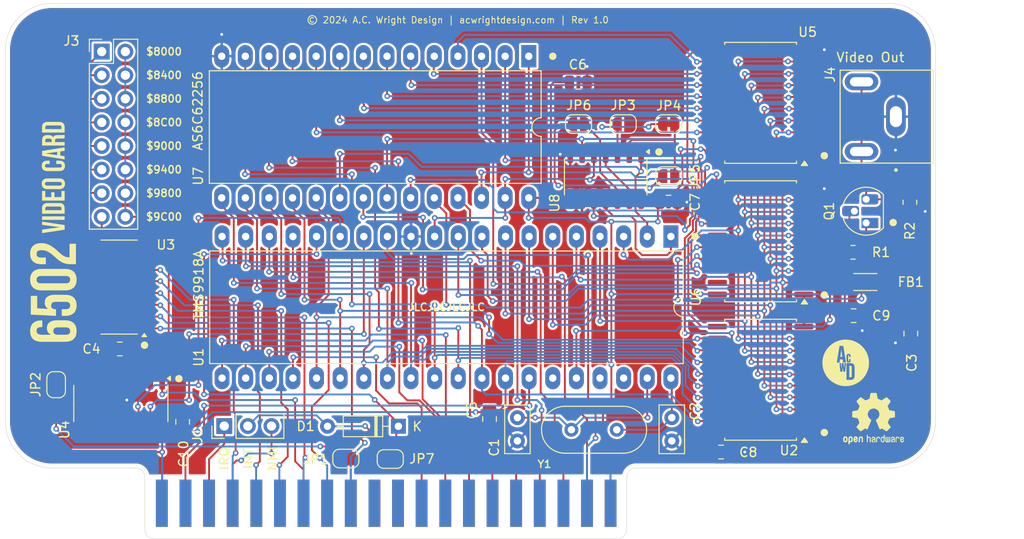
<source format=kicad_pcb>
(kicad_pcb (version 20241229) (generator "pcbnew") (generator_version "9.0")
  (title_block (title "6502 Video Card") (date "2024-07-08") (rev "1.0") (company "A.C. Wright Design"))
  (layers (0 "F.Cu" signal) (2 "B.Cu" signal) (13 "F.Paste" user) (15 "B.Paste" user) (5 "F.SilkS" user "F.Silkscreen") (7 "B.SilkS" user "B.Silkscreen") (1 "F.Mask" user) (3 "B.Mask" user) (25 "Edge.Cuts" user))
  (net 0 "")
  (net 1 "GND")
  (net 2 "VCC")
  (net 3 "IRQB")
  (net 4 "RWB")
  (net 5 "XTAL1")
  (net 6 "RESB")
  (net 7 "A15")
  (net 9 "A12")
  (net 10 "D6")
  (net 11 "D3")
  (net 12 "D7")
  (net 13 "D5")
  (net 14 "A11")
  (net 18 "XTAL2")
  (net 20 "A14")
  (net 25 "A13")
  (net 26 "A10")
  (net 27 "Net-(Q1-C)")
  (net 29 "D1")
  (net 30 "D2")
  (net 31 "CSB")
  (net 32 "/$8400")
  (net 33 "/$9800")
  (net 34 "/$9400")
  (net 35 "/$8C00")
  (net 36 "/$9000")
  (net 37 "/$8800")
  (net 38 "/$8000")
  (net 39 "/$9C00")
  (net 41 "D0")
  (net 43 "NMIB")
  (net 44 "D4")
  (net 46 "A0")
  (net 50 "Net-(J4-In)")
  (net 51 "COL")
  (net 52 "Net-(JP3-A)")
  (net 53 "COMVID")
  (net 54 "AD3")
  (net 55 "~{CSR}")
  (net 56 "~{CAS}")
  (net 57 "RD7")
  (net 59 "AD5")
  (net 61 "AD1")
  (net 62 "AD0")
  (net 63 "AD4")
  (net 64 "RD1")
  (net 65 "~{RAS}")
  (net 67 "AD7")
  (net 68 "RD3")
  (net 69 "RD0")
  (net 70 "RD4")
  (net 71 "R{slash}~{W}")
  (net 72 "AD2")
  (net 73 "AD6")
  (net 74 "RD5")
  (net 75 "~{CSW}")
  (net 76 "RD2")
  (net 77 "RD6")
  (net 78 "WR")
  (net 79 "RA2")
  (net 80 "RA6")
  (net 81 "RA3")
  (net 82 "ROW")
  (net 83 "RA4")
  (net 84 "RA1")
  (net 85 "RA0")
  (net 86 "RA5")
  (net 87 "Net-(JP4-B)")
  (net 88 "Net-(JP6-A)")
  (net 89 "PHI2")
  (net 90 "RA12")
  (net 91 "RA11")
  (net 92 "RA9")
  (net 93 "RA8")
  (net 94 "RA10")
  (net 95 "RA7")
  (net 96 "RA13")
  (net 98 "Net-(U8-Pad13)")
  (net 100 "~{INT}")
  (net 102 "Net-(D1-A)")
  (net 103 "Net-(JP1-A)")
  (footprint "Capacitor_THT:C_Disc_D5.0mm_W2.5mm_P2.50mm" (layer "F.Cu") (at 144.8 114.9 -90)
    (property "Reference" "C1")
    (property "Value" "32pF" (hide yes))
  )
  (footprint "Package_SO:SOIC-20W_7.5x12.8mm_P1.27mm" (layer "F.Cu") (at 170.95 110.815 180)
    (property "Reference" "U2")
    (property "Value" "74HCT574" (hide yes))
  )
  (footprint "Package_TO_SOT_THT:TO-92_HandSolder" (layer "F.Cu") (at 182.3 93.94 90)
    (property "Reference" "Q1")
    (property "Value" "2N4401" (hide yes))
  )
  (footprint "Package_SO:SOIC-20W_7.5x12.8mm_P1.27mm" (layer "F.Cu") (at 170.95 81.015 180)
    (property "Reference" "U5")
    (property "Value" "74HCT574" (hide yes))
  )
  (footprint "Capacitor_SMD:C_0805_2012Metric" (layer "F.Cu") (at 151.35 78.8)
    (property "Reference" "C6")
    (property "Value" "100nF" (hide yes))
  )
  (footprint "Jumper:SolderJumper-2_P1.3mm_Open_RoundedPad1.0x1.5mm" (layer "F.Cu") (at 161.07 88.9)
    (property "Reference" "JP5")
    (property "Value" "SolderJumper_2_Open" (hide yes))
  )
  (footprint "Package_DIP:DIP-28_W15.24mm_LongPads" (layer "F.Cu") (at 146.02 76 -90)
    (property "Reference" "U7")
    (property "Value" "AS6C62256")
  )
  (footprint "Package_DIP:DIP-40_W15.24mm_LongPads" (layer "F.Cu") (at 161.3 95.4 -90)
    (property "Reference" "U1")
    (property "Value" "TMS9918A")
  )
  (footprint "Connector_PinHeader_2.54mm:PinHeader_1x03_P2.54mm_Vertical" (layer "F.Cu") (at 113.275 115.8 90)
    (property "Reference" "J1")
    (property "Value" "INT Select" (hide yes))
  )
  (footprint "Capacitor_SMD:C_0805_2012Metric" (layer "F.Cu") (at 180.95 103.925)
    (property "Reference" "C9")
    (property "Value" "100nF" (hide yes))
  )
  (footprint "Crystal:Crystal_HC49-U_Vertical" (layer "F.Cu") (at 155.48 116.2 180)
    (property "Reference" "Y1")
    (property "Value" "10.738635 MHz" (hide yes))
  )
  (footprint "Capacitor_SMD:C_0805_2012Metric" (layer "F.Cu") (at 166.7 118.6)
    (property "Reference" "C8")
    (property "Value" "100nF" (hide yes))
  )
  (footprint "Package_SO:SOIC-20W_7.5x12.8mm_P1.27mm" (layer "F.Cu") (at 170.95 95.915 180)
    (property "Reference" "U6")
    (property "Value" "74HCT574" (hide yes))
  )
  (footprint "Package_SO:SOIC-16_3.9x9.9mm_P1.27mm" (layer "F.Cu") (at 101.975 100.845 180)
    (property "Reference" "U3")
    (property "Value" "74HC138" (hide yes))
  )
  (footprint "Capacitor_SMD:C_0805_2012Metric" (layer "F.Cu") (at 108.8 115.35 90)
    (property "Reference" "C10")
    (property "Value" "100nF" (hide yes))
  )
  (footprint "A.C. Wright Logo:A.C. Wright Logo 5mm" (layer "F.Cu") (at 180.1 109)
    (property "Reference" "G***" (hide yes))
    (property "Value" "LOGO" (hide yes))
  )
  (footprint "Jumper:SolderJumper-2_P1.3mm_Open_RoundedPad1.0x1.5mm" (layer "F.Cu") (at 95.2 111.35 -90)
    (property "Reference" "JP2")
    (property "Value" "SolderJumper_2_Open" (hide yes))
  )
  (footprint "Jumper:SolderJumper-2_P1.3mm_Bridged_RoundedPad1.0x1.5mm" (layer "F.Cu") (at 126.35 119.3)
    (property "Reference" "JP1")
    (property "Value" "SolderJumper_2_Bridged" (hide yes))
  )
  (footprint "Capacitor_THT:C_Disc_D5.0mm_W2.5mm_P2.50mm" (layer "F.Cu") (at 161.4 114.9 -90)
    (property "Reference" "C2")
    (property "Value" "32pF" (hide yes))
  )
  (footprint "6502 Parts:SWITCHCRAFT_PJRAN1X1U04X" (layer "F.Cu") (at 185.5 82.5 90)
    (property "Reference" "J4")
    (property "Value" "Video Out")
  )
  (footprint "Jumper:SolderJumper-2_P1.3mm_Bridged_RoundedPad1.0x1.5mm" (layer "F.Cu") (at 151.37 83.3 180)
    (property "Reference" "JP6")
    (property "Value" "SolderJumper_2_Bridged" (hide yes))
  )
  (footprint "Jumper:SolderJumper-2_P1.3mm_Open_RoundedPad1.0x1.5mm" (layer "F.Cu") (at 156.17 83.3)
    (property "Reference" "JP3")
    (property "Value" "SolderJumper_2_Open" (hide yes))
  )
  (footprint "Capacitor_SMD:C_0805_2012Metric" (layer "F.Cu") (at 102.05 107.5)
    (property "Reference" "C4")
    (property "Value" "100nF" (hide yes))
  )
  (footprint "Diode_THT:D_DO-35_SOD27_P7.62mm_Horizontal" (layer "F.Cu") (at 132 115.825 180)
    (property "Reference" "D1")
    (property "Value" "D_Schottky" (hide yes))
  )
  (footprint "Resistor_SMD:R_0805_2012Metric" (layer "F.Cu") (at 187 91.7125 -90)
    (property "Reference" "R2")
    (property "Value" "75" (hide yes))
  )
  (footprint "Package_SO:SO-14_3.9x8.65mm_P1.27mm" (layer "F.Cu") (at 154.29 88.975 -90)
    (property "Reference" "U8")
    (property "Value" "74HCT04" (hide yes))
  )
  (footprint "Symbol:OSHW-Logo2_7.3x6mm_SilkScreen" (layer "F.Cu") (at 183.1 115)
    (property "Reference" "REF**" (hide yes))
    (property "Value" "OSHW-Logo2_7.3x6mm_SilkScreen" (hide yes))
  )
  (footprint "Capacitor_SMD:C_0805_2012Metric" (layer "F.Cu") (at 161.05 91.7)
    (property "Reference" "C7")
    (property "Value" "100nF" (hide yes))
  )
  (footprint "6502 Parts:6502 Card Edge" (layer "F.Cu") (at 106.562 126.646)
    (property "Reference" "J2" (hide yes))
    (property "Value" "6502 Card Edge" (hide yes))
  )
  (footprint "Package_SO:SOIC-16_3.9x9.9mm_P1.27mm" (layer "F.Cu") (at 102.155 113.375 -90)
    (property "Reference" "U4")
    (property "Value" "74HC138" (hide yes))
  )
  (footprint "Connector_PinHeader_2.54mm:PinHeader_2x08_P2.54mm_Vertical" (layer "F.Cu") (at 100.1 75.5)
    (property "Reference" "J3")
    (property "Value" "Conn_02x08_Odd_Even" (hide yes))
  )
  (footprint "Jumper:SolderJumper-2_P1.3mm_Bridged_RoundedPad1.0x1.5mm" (layer "F.Cu") (at 161.07 83.3)
    (property "Reference" "JP4")
    (property "Value" "SolderJumper_2_Bridged" (hide yes))
  )
  (footprint "Resistor_SMD:R_0805_2012Metric" (layer "F.Cu") (at 180.8875 97.1)
    (property "Reference" "R1")
    (property "Value" "470" (hide yes))
  )
  (footprint "Capacitor_SMD:C_0805_2012Metric" (layer "F.Cu") (at 187.1 105.85 -90)
    (property "Reference" "C3")
    (property "Value" "100nF" (hide yes))
  )
  (footprint "Inductor_SMD:L_1806_4516Metric" (layer "F.Cu") (at 182.2125 100.3)
    (property "Reference" "FB1")
    (property "Value" "BLM41PG600SN1L" (hide yes))
  )
  (footprint "6502 Logos:6502 Video Card Logo 5mm" (layer "F.Cu") (at 94.899947 86.750133 90)
    (property "Reference" "G***" (hide yes))
    (property "Value" "LOGO" (hide yes))
  )
  (footprint "Capacitor_SMD:C_0805_2012Metric" (layer "F.Cu") (at 141.8 115.05 -90)
    (property "Reference" "C5")
    (property "Value" "100nF" (hide yes))
  )
  (footprint "Jumper:SolderJumper-2_P1.3mm_Open_RoundedPad1.0x1.5mm" (layer "F.Cu") (at 131.125 119.35 180)
    (property "Reference" "JP7")
    (property "Value" "SolderJumper_2_Bridged" (hide yes))
  )
  (gr_circle (center 148.6 76) (end 148.8 76) (stroke (width 0.4)) (fill no) (layer "F.SilkS"))
  (gr_circle (center 163.9 95.4) (end 164.1 95.4) (stroke (width 0.4)) (fill no) (layer "F.SilkS"))
  (gr_circle (center 185.2 93.9) (end 185.4 93.9) (stroke (width 0.4)) (fill no) (layer "F.SilkS"))
  (gr_circle (center 108.4 110.7) (end 108.6 110.7) (stroke (width 0.4)) (fill no) (layer "F.SilkS"))
  (gr_circle (center 177.8 86.7) (end 178 86.7) (stroke (width 0.4)) (fill no) (layer "F.SilkS"))
  (gr_circle (center 104.7 107.1) (end 104.9 107.1) (stroke (width 0.4)) (fill no) (layer "F.SilkS"))
  (gr_circle (center 177.8 101.7) (end 178 101.7) (stroke (width 0.4)) (fill no) (layer "F.SilkS"))
  (gr_circle (center 177.8 116.5) (end 178 116.5) (stroke (width 0.4)) (fill no) (layer "F.SilkS"))
  (gr_circle (center 160.02 86.3) (end 160.22 86.3) (stroke (width 0.4)) (fill no) (layer "F.SilkS"))
  (gr_arc (start 156.5461 121.3206) (mid 156.838993 120.613493) (end 157.5461 120.3206) (stroke (width 0.05)) (layer "Edge.Cuts"))
  (gr_line (start 189.7461 115.3206) (end 189.7461 75.3206) (stroke (width 0.05)) (layer "Edge.Cuts"))
  (gr_arc (start 94.7461 120.3206) (mid 91.210566 118.856134) (end 89.7461 115.3206) (stroke (width 0.05)) (layer "Edge.Cuts"))
  (gr_line (start 94.7461 120.3206) (end 103.7461 120.3206) (stroke (width 0.05)) (layer "Edge.Cuts"))
  (gr_line (start 157.5461 120.3206) (end 184.7461 120.3206) (stroke (width 0.05)) (layer "Edge.Cuts"))
  (gr_line (start 184.7461 70.3206) (end 94.7461 70.3206) (stroke (width 0.05)) (layer "Edge.Cuts"))
  (gr_arc (start 103.7461 120.3206) (mid 104.453207 120.613493) (end 104.7461 121.3206) (stroke (width 0.05)) (layer "Edge.Cuts"))
  (gr_line (start 156.5461 126.9406) (end 156.5461 121.3206) (stroke (width 0.05)) (layer "Edge.Cuts"))
  (gr_arc (start 189.7461 115.3206) (mid 188.281634 118.856134) (end 184.7461 120.3206) (stroke (width 0.05)) (layer "Edge.Cuts"))
  (gr_arc (start 89.7461 75.3206) (mid 91.210566 71.785066) (end 94.7461 70.3206) (stroke (width 0.05)) (layer "Edge.Cuts"))
  (gr_line (start 105.7461 127.9406) (end 155.5461 127.9406) (stroke (width 0.05)) (layer "Edge.Cuts"))
  (gr_line (start 89.7461 75.3206) (end 89.7461 115.3206) (stroke (width 0.05)) (layer "Edge.Cuts"))
  (gr_arc (start 105.7461 127.9406) (mid 105.038993 127.647707) (end 104.7461 126.9406) (stroke (width 0.05)) (layer "Edge.Cuts"))
  (gr_arc (start 156.5461 126.9406) (mid 156.253207 127.647707) (end 155.5461 127.9406) (stroke (width 0.05)) (layer "Edge.Cuts"))
  (gr_arc (start 184.7461 70.3206) (mid 188.281634 71.785066) (end 189.7461 75.3206) (stroke (width 0.05)) (layer "Edge.Cuts"))
  (gr_line (start 104.7461 121.3206) (end 104.7461 126.9406) (stroke (width 0.05)) (layer "Edge.Cuts"))
  (gr_text "$9C00" (at 106.8 93.28 0) (layer "F.SilkS") (effects (font (size 0.8 0.8))))
  (gr_text "© 2024 A.C. Wright Design | acwrightdesign.com | Rev 1.0" (at 138.375 72.1 0) (layer "F.SilkS") (effects (font (size 0.7 0.7) (thickness 0.1))))
  (gr_text "$8C00" (at 106.8 83.12 0) (layer "F.SilkS") (effects (font (size 0.8 0.8))))
  (gr_text "IRQ" (at 113.3 119.3 90) (layer "F.SilkS") (effects (font (size 1 1))))
  (gr_text "$9800" (at 106.8 90.74 0) (layer "F.SilkS") (effects (font (size 0.8 0.8))))
  (gr_text "$9400" (at 106.8 88.2 0) (layer "F.SilkS") (effects (font (size 0.8 0.8))))
  (gr_text "JLCJLCJLCJLC" (at 137.175 103 0) (layer "F.SilkS") (effects (font (size 0.8 0.8))))
  (gr_text "NMI" (at 118.5 119.3 90) (layer "F.SilkS") (effects (font (size 1 1))))
  (gr_text "$8000" (at 106.8 75.5 0) (layer "F.SilkS") (effects (font (size 0.8 0.8))))
  (gr_text "$9000" (at 106.8 85.66 0) (layer "F.SilkS") (effects (font (size 0.8 0.8))))
  (gr_text "INT" (at 115.9 119.3 90) (layer "F.SilkS") (effects (font (size 1 1))))
  (gr_text "$8400" (at 106.8 78.04 0) (layer "F.SilkS") (effects (font (size 0.8 0.8))))
  (gr_text "$8800" (at 106.8 80.58 0) (layer "F.SilkS") (effects (font (size 0.8 0.8))))
  (segment (start 106.6 122.163) (end 106.6 119.5) (width 0.2) (layer "F.Cu") (net 1))
  (segment (start 106.562 124.106) (end 106.562 122.201) (width 0.2) (layer "F.Cu") (net 1))
  (segment (start 106.562 122.201) (end 106.6 122.163) (width 0.2) (layer "F.Cu") (net 1))
  (via (at 102.8 113) (size 0.6) (drill 0.3) (layers "F.Cu" "B.Cu") (net 1))
  (via (at 113 73.65) (size 0.6) (drill 0.3) (layers "F.Cu" "B.Cu") (net 1))
  (via (at 163.019 91.7) (size 0.6) (drill 0.3) (layers "F.Cu" "B.Cu") (net 1))
  (via (at 149.4 86.55) (size 0.6) (drill 0.3) (layers "F.Cu" "B.Cu") (net 1))
  (via (at 133.4 97.225) (size 0.6) (drill 0.3) (layers "F.Cu" "B.Cu") (net 1))
  (via (at 177.8 75.3) (size 0.6) (drill 0.3) (layers "F.Cu" "B.Cu") (net 1))
  (via (at 188.65 92.7) (size 0.6) (drill 0.3) (layers "F.Cu" "B.Cu") (net 1))
  (via (at 181.875 105.525) (size 0.6) (drill 0.3) (layers "F.Cu" "B.Cu") (net 1))
  (via (at 152.3 77.1) (size 0.6) (drill 0.3) (layers "F.Cu" "B.Cu") (net 1))
  (via (at 185.45 86.1) (size 0.6) (drill 0.3) (layers "F.Cu" "B.Cu") (net 1))
  (via (at 185.45 106.85) (size 0.6) (drill 0.3) (layers "F.Cu" "B.Cu") (net 1))
  (via (at 169.25 118.6) (size 0.6) (drill 0.3) (layers "F.Cu" "B.Cu") (net 1))
  (via (at 177.8 90.25) (size 0.6) (drill 0.3) (layers "F.Cu" "B.Cu") (net 1))
  (segment (start 154.822 124.106) (end 154.822 119.822) (width 0.2) (layer "B.Cu") (net 1))
  (segment (start 180 100.4) (end 180.1 100.3) (width 0.2) (layer "F.Cu") (net 2))
  (segment (start 161.85 90.45) (end 160.2 90.45) (width 0.2) (layer "F.Cu") (net 2))
  (segment (start 147.96 91.24) (end 146.02 91.24) (width 0.2) (layer "F.Cu") (net 2))
  (segment (start 160.1 90.55) (end 160.1 91.7) (width 0.2) (layer "F.Cu") (net 2))
  (segment (start 93 111.1) (end 93.4 110.7) (width 0.2) (layer "F.Cu") (net 2))
  (segment (start 146.02 92.78) (end 146.02 91.24) (width 0.2) (layer "F.Cu") (net 2))
  (segment (start 106.6 118.6) (end 106.6 115.85) (width 0.2) (layer "F.Cu") (net 2))
  (segment (start 165.75 117.675) (end 166.3 117.125) (width 0.2) (layer "F.Cu") (net 2))
  (segment (start 154.9 101.6) (end 154.9 93.8) (width 0.2) (layer "F.Cu") (net 2))
  (segment (start 164.325 118.6) (end 163.725 119.2) (width 0.2) (layer "F.Cu") (net 2))
  (segment (start 150.4 78.8) (end 148.7 78.8) (width 0.2) (layer "F.Cu") (net 2))
  (segment (start 99.5 107.5) (end 99.5 105.29) (width 0.2) (layer "F.Cu") (net 2))
  (segment (start 110.4 116.4) (end 108.9 116.4) (width 0.2) (layer "F.Cu") (net 2))
  (segment (start 107.45 115.85) (end 106.6 115.85) (width 0.2) (layer "F.Cu") (net 2))
  (segment (start 165.75 118.6) (end 164.325 118.6) (width 0.2) (layer "F.Cu") (net 2))
  (segment (start 181.8 102.1) (end 181.8 100.7) (width 0.2) (layer "F.Cu") (net 2))
  (segment (start 154.822 124.106) (end 154.8 124.084) (width 0.2) (layer "F.Cu") (net 2))
  (segment (start 165.53 86.73) (end 166.3 86.73) (width 0.2) (layer "F.Cu") (net 2))
  (segment (start 140.3 114.3) (end 141.6 114.3) (width 0.2) (layer "F.Cu") (net 2))
  (segment (start 154 113.7) (end 154 117.6) (width 0.2) (layer "F.Cu") (net 2))
  (segment (start 141.6 114.3) (end 141.8 114.1) (width 0.2) (layer "F.Cu") (net 2))
  (segment (start 181.8 100.7) (end 181.4 100.3) (width 0.2) (layer "F.Cu") (net 2))
  (segment (start 142.9 114.1) (end 143.52 113.48) (width 0.2) (layer "F.Cu") (net 2))
  (segment (start 95.2 110.7) (end 95.2 107.9) (width 0.2) (layer "F.Cu") (net 2))
  (segment (start 101.1 107.5) (end 100 107.5) (width 0.2) (layer "F.Cu") (net 2))
  (segment (start 95.2 107.9) (end 95.6 107.5) (width 0.2) (layer "F.Cu") (net 2))
  (segment (start 166.3 117.125) (end 166.3 116.53) (width 0.2) (layer "F.Cu") (net 2))
  (segment (start 108.9 116.4) (end 108.8 116.3) (width 0.2) (layer "F.Cu") (net 2))
  (segment (start 162.35 86) (end 162.35 86.55) (width 0.2) (layer "F.Cu") (net 2))
  (segment (start 154.9 109.2) (end 154.9 112.8) (width 0.2) (layer "F.Cu") (net 2))
  (segment (start 141.8 114.1) (end 142.9 114.1) (width 0.2) (layer "F.Cu") (net 2))
  (segment (start 154.9 112.8) (end 154 113.7) (width 0.2) (layer "F.Cu") (net 2))
  (segment (start 165.75 118.6) (end 165.75 117.675) (width 0.2) (layer "F.Cu") (net 2))
  (segment (start 154.8 124.084) (end 154.8 119.2) (width 0.2) (layer "F.Cu") (net 2))
  (segment (start 159.9 93.8) (end 159.9 91.5) (width 0.2) (layer "F.Cu") (net 2))
  (segment (start 164.5 101.6) (end 166.27 101.6) (width 0.2) (layer "F.Cu") (net 2))
  (segment (start 108.8 116.3) (end 107.9 116.3) (width 0.2) (layer "F.Cu") (net 2))
  (segment (start 146 92.8) (end 146.02 92.78) (width 0.2) (layer "F.Cu") (net 2))
  (segment (start 148.7 78.8) (end 148.4 79.1) (width 0.2) (layer "F.Cu") (net 2))
  (segment (start 166.27 101.6) (end 166.3 101.63) (width 0.2) (layer "F.Cu") (net 2))
  (segment (start 94.5 118.6) (end 93 117.1) (width 0.2) (layer "F.Cu") (net 2))
  (segment (start 159.85 91.45) (end 160.1 91.7) (width 0.2) (layer "F.Cu") (net 2))
  (segment (start 95.6 107.5) (end 100 107.5) (width 0.2) (layer "F.Cu") (net 2))
  (segment (start 180 103.925) (end 180 100.4) (width 0.2) (layer "F.Cu") (net 2))
  (segment (start 162.530091 86.730091) (end 162.530091 89.769909) (width 0.2) (layer "F.Cu") (net 2))
  (segment (start 154.9 101.6) (end 154.9 109.2) (width 0.2) (layer "F.Cu") (net 2))
  (segment (start 159.9 91.5) (end 159.85 91.45) (width 0.2) (layer "F.Cu") (net 2))
  (segment (start 181.4 100.3) (end 180.1 100.3) (width 0.2) (layer "F.Cu") (net 2))
  (segment (start 154.8 118.4) (end 154.8 119.2) (width 0.2) (layer "F.Cu") (net 2))
  (segment (start 162.35 86.55) (end 162.530091 86.730091) (width 0.2) (layer "F.Cu") (net 2))
  (segment (start 148.4 90.8) (end 147.96 91.24) (width 0.2) (layer "F.Cu") (net 2))
  (segment (start 158.1 91.45) (end 159.85 91.45) (width 0.2) (layer "F.Cu") (net 2))
  (segment (start 93 117.1) (end 93 111.1) (width 0.2) (layer "F.Cu") (net 2))
  (segment (start 93.4 110.7) (end 95.2 110.7) (width 0.2) (layer "F.Cu") (net 2))
  (segment (start 107.9 116.3) (end 107.45 115.85) (width 0.2) (layer "F.Cu") (net 2))
  (segment (start 148.4 79.1) (end 148.4 90.8) (width 0.2) (layer "F.Cu") (net 2))
  (segment (start 146 93.4) (end 146 92.8) (width 0.2) (layer "F.Cu") (net 2))
  (segment (start 106.6 118.6) (end 94.5 118.6) (width 0.2) (layer "F.Cu") (net 2))
  (segment (start 143.52 113.48) (end 143.52 110.64) (width 0.2) (layer "F.Cu") (net 2))
  (segment (start 163.725 119.2) (end 154.8 119.2) (width 0.2) (layer "F.Cu") (net 2))
  (segment (start 154 117.6) (end 154.8 118.4) (width 0.2) (layer "F.Cu") (net 2))
  (segment (start 164.8 86) (end 165.53 86.73) (width 0.2) (layer "F.Cu") (net 2))
  (segment (start 164.5 86) (end 164.8 86) (width 0.2) (layer "F.Cu") (net 2))
  (segment (start 160.2 90.45) (end 160.1 90.55) (width 0.2) (layer "F.Cu") (net 2))
  (segment (start 162.530091 89.769909) (end 161.85 90.45) (width 0.2) (layer "F.Cu") (net 2))
  (via (at 164.5 101.6) (size 0.6) (drill 0.3) (layers "F.Cu" "B.Cu") (net 2))
  (via (at 110.4 116.4) (size 0.6) (drill 0.3) (layers "F.Cu" "B.Cu") (net 2))
  (via (at 181.8 102.1) (size 0.6) (drill 0.3) (layers "F.Cu" "B.Cu") (net 2))
  (via (at 106.6 118.6) (size 0.6) (drill 0.3) (layers "F.Cu" "B.Cu") (net 2))
  (via (at 164.5 86) (size 0.6) (drill 0.3) (layers "F.Cu" "B.Cu") (net 2))
  (via (at 146 93.4) (size 0.6) (drill 0.3) (layers "F.Cu" "B.Cu") (net 2))
  (via (at 140.3 114.3) (size 0.6) (drill 0.3) (layers "F.Cu" "B.Cu") (net 2))
  (via (at 154.9 109.2) (size 0.6) (drill 0.3) (layers "F.Cu" "B.Cu") (net 2))
  (via (at 162.35 86) (size 0.6) (drill 0.3) (layers "F.Cu" "B.Cu") (net 2))
  (via (at 154.9 93.8) (size 0.6) (drill 0.3) (layers "F.Cu" "B.Cu") (net 2))
  (via (at 154.9 101.6) (size 0.6) (drill 0.3) (layers "F.Cu" "B.Cu") (net 2))
  (via (at 159.9 93.8) (size 0.6) (drill 0.3) (layers "F.Cu" "B.Cu") (net 2))
  (segment (start 140.2 114.2) (end 140.3 114.3) (width 0.2) (layer "B.Cu") (net 2))
  (segment (start 140.3 114.3) (end 112 114.3) (width 0.2) (layer "B.Cu") (net 2))
  (segment (start 106.6 124.068) (end 106.562 124.106) (width 0.2) (layer "B.Cu") (net 2))
  (segment (start 177.7 102.1) (end 181.8 102.1) (width 0.2) (layer "B.Cu") (net 2))
  (segment (start 110.4 115.9) (end 110.4 116.4) (width 0.2) (layer "B.Cu") (net 2))
  (segment (start 143.52 109.03) (end 143.52 110.64) (width 0.2) (layer "B.Cu") (net 2))
  (segment (start 112 114.3) (end 110.7 115.6) (width 0.2) (layer "B.Cu") (net 2))
  (segment (start 143.75 108.8) (end 143.52 109.03) (width 0.2) (layer "B.Cu") (net 2))
  (segment (start 162.35 86) (end 164.5 86) (width 0.2) (layer "B.Cu") (net 2))
  (segment (start 154.9 93.8) (end 152.5 93.8) (width 0.2) (layer "B.Cu") (net 2))
  (segment (start 106.6 118.6) (end 106.6 124.068) (width 0.2) (layer "B.Cu") (net 2))
  (segment (start 154.9 101.6) (end 164.5 101.6) (width 0.2) (layer "B.Cu") (net 2))
  (segment (start 154.9 109.2) (end 154.5 108.8) (width 0.2) (layer "B.Cu") (net 2))
  (segment (start 154.5 108.8) (end 143.75 108.8) (width 0.2) (layer "B.Cu") (net 2))
  (segment (start 152.5 93.8) (end 152.1 93.4) (width 0.2) (layer "B.Cu") (net 2))
  (segment (start 152.1 93.4) (end 146 93.4) (width 0.2) (layer "B.Cu") (net 2))
  (segment (start 110.7 115.6) (end 110.4 115.9) (width 0.2) (layer "B.Cu") (net 2))
  (segment (start 164.5 101.6) (end 177.2 101.6) (width 0.2) (layer "B.Cu") (net 2))
  (segment (start 177.2 101.6) (end 177.7 102.1) (width 0.2) (layer "B.Cu") (net 2))
  (segment (start 154.9 93.8) (end 159.9 93.8) (width 0.2) (layer "B.Cu") (net 2))
  (segment (start 111.642 119.358) (end 113.275 117.725) (width 0.2) (layer "F.Cu") (net 3))
  (segment (start 111.642 124.106) (end 111.642 119.358) (width 0.2) (layer "F.Cu") (net 3))
  (segment (start 113.275 117.725) (end 113.275 115.8) (width 0.2) (layer "F.Cu") (net 3))
  (segment (start 106.6 112.4) (end 106.6 110.9) (width 0.2) (layer "F.Cu") (net 4))
  (segment (start 120.9 113) (end 120.9 119.6) (width 0.2) (layer "F.Cu") (net 4))
  (segment (start 121.802 120.502) (end 121.802 124.106) (width 0.2) (layer "F.Cu") (net 4))
  (segment (start 120.9 119.6) (end 121.802 120.502) (width 0.2) (layer "F.Cu") (net 4))
  (via (at 120.9 113) (size 0.6) (drill 0.3) (layers "F.Cu" "B.Cu") (net 4))
  (via (at 106.6 112.4) (size 0.6) (drill 0.3) (layers "F.Cu" "B.Cu") (net 4))
  (segment (start 110.051471 112.2) (end 109.6 112.2) (width 0.2) (layer "B.Cu") (net 4))
  (segment (start 110.851471 113) (end 110.051471 112.2) (width 0.2) (layer "B.Cu") (net 4))
  (segment (start 106.8 112.2) (end 106.6 112.4) (width 0.2) (layer "B.Cu") (net 4))
  (segment (start 109.6 112.2) (end 106.8 112.2) (width 0.2) (layer "B.Cu") (net 4))
  (segment (start 120.9 113) (end 110.851471 113) (width 0.2) (layer "B.Cu") (net 4))
  (segment (start 144.8 114.9) (end 146.7 114.9) (width 0.2) (layer "F.Cu") (net 5))
  (segment (start 158.76 114.86) (end 158.8 114.9) (width 0.2) (layer "F.Cu") (net 5))
  (segment (start 158.76 110.64) (end 158.76 114.86) (width 0.2) (layer "F.Cu") (net 5))
  (via (at 158.8 114.9) (size 0.6) (drill 0.3) (layers "F.Cu" "B.Cu") (net 5))
  (via (at 146.7 114.9) (size 0.6) (drill 0.3) (layers "F.Cu" "B.Cu") (net 5))
  (segment (start 151.9 114.9) (end 150.6 116.2) (width 0.2) (layer "B.Cu") (net 5))
  (segment (start 146.7 114.9) (end 149.3 114.9) (width 0.2) (layer "B.Cu") (net 5))
  (segment (start 149.3 114.9) (end 150.6 116.2) (width 0.2) (layer "B.Cu") (net 5))
  (segment (start 158.8 114.9) (end 151.9 114.9) (width 0.2) (layer "B.Cu") (net 5))
  (segment (start 111.1 117.1) (end 109.102 119.098) (width 0.2) (layer "F.Cu") (net 6))
  (segment (start 146.1 113.6) (end 146.1 113.3) (width 0.2) (layer "F.Cu") (net 6))
  (segment (start 109.102 119.098) (end 109.102 124.106) (width 0.2) (layer "F.Cu") (net 6))
  (segment (start 146.1 113.3) (end 146.06 113.26) (width 0.2) (layer "F.Cu") (net 6))
  (segment (start 146.06 113.26) (end 146.06 110.64) (width 0.2) (layer "F.Cu") (net 6))
  (segment (start 111.1 113.6) (end 111.1 117.1) (width 0.2) (layer "F.Cu") (net 6))
  (via (at 111.1 113.6) (size 0.6) (drill 0.3) (layers "F.Cu" "B.Cu") (net 6))
  (via (at 146.1 113.6) (size 0.6) (drill 0.3) (layers "F.Cu" "B.Cu") (net 6))
  (segment (start 111.1 113.6) (end 146.1 113.6) (width 0.2) (layer "B.Cu") (net 6))
  (segment (start 114.3 102.2) (end 114.3 114.3) (width 0.2) (layer "F.Cu") (net 7))
  (segment (start 114.5 114.5) (end 114.5 118.7) (width 0.2) (layer "F.Cu") (net 7))
  (segment (start 114.3 114.3) (end 114.5 114.5) (width 0.2) (layer "F.Cu") (net 7))
  (segment (start 104.51 99) (end 104.45 98.94) (width 0.2) (layer "F.Cu") (net 7))
  (segment (start 106.4 99) (end 104.51 99) (width 0.2) (layer "F.Cu") (net 7))
  (via (at 106.4 99) (size 0.6) (drill 0.3) (layers "F.Cu" "B.Cu") (net 7))
  (via (at 114.3 102.2) (size 0.6) (drill 0.3) (layers "F.Cu" "B.Cu") (net 7))
  (via (at 114.5 118.7) (size 0.6) (drill 0.3) (layers "F.Cu" "B.Cu") (net 7))
  (segment (start 114.3 102.2) (end 109.6 102.2) (width 0.2) (layer "B.Cu") (net 7))
  (segment (start 114.182 119.018) (end 114.5 118.7) (width 0.2) (layer "B.Cu") (net 7))
  (segment (start 109.6 102.2) (end 106.4 99) (width 0.2) (layer "B.Cu") (net 7))
  (segment (start 114.182 124.106) (end 114.182 119.018) (width 0.2) (layer "B.Cu") (net 7))
  (segment (start 121.9 119.1) (end 121.9 104.1) (width 0.2) (layer "F.Cu") (net 9))
  (segment (start 106.35 102.75) (end 106.4 102.8) (width 0.2) (layer "F.Cu") (net 9))
  (segment (start 104.45 102.75) (end 106.35 102.75) (width 0.2) (layer "F.Cu") (net 9))
  (segment (start 122 119.2) (end 121.9 119.1) (width 0.2) (layer "F.Cu") (net 9))
  (via (at 106.4 102.8) (size 0.6) (drill 0.3) (layers "F.Cu" "B.Cu") (net 9))
  (via (at 121.9 104.1) (size 0.6) (drill 0.3) (layers "F.Cu" "B.Cu") (net 9))
  (via (at 122 119.2) (size 0.6) (drill 0.3) (layers "F.Cu" "B.Cu") (net 9))
  (segment (start 106.4 102.8) (end 107.7 104.1) (width 0.2) (layer "B.Cu") (net 9))
  (segment (start 107.7 104.1) (end 121.9 104.1) (width 0.2) (layer "B.Cu") (net 9))
  (segment (start 122 119.2) (end 121.802 119.398) (width 0.2) (layer "B.Cu") (net 9))
  (segment (start 121.802 119.398) (end 121.802 124.106) (width 0.2) (layer "B.Cu") (net 9))
  (segment (start 118.12 110.64) (end 118.12 107.82) (width 0.2) (layer "F.Cu") (net 10))
  (segment (start 118.12 107.82) (end 118.1 107.8) (width 0.2) (layer "F.Cu") (net 10))
  (segment (start 132.1 112.175) (end 132.960448 113.035448) (width 0.2) (layer "F.Cu") (net 10))
  (segment (start 134.273 113.035448) (end 137.042 115.804448) (width 0.2) (layer "F.Cu") (net 10))
  (segment (start 132.960448 113.035448) (end 134.273 113.035448) (width 0.2) (layer "F.Cu") (net 10))
  (segment (start 132.1 107.25) (end 132.1 112.175) (width 0.2) (layer "F.Cu") (net 10))
  (segment (start 137.042 115.804448) (end 137.042 124.106) (width 0.2) (layer "F.Cu") (net 10))
  (via (at 132.1 107.25) (size 0.6) (drill 0.3) (layers "F.Cu" "B.Cu") (net 10))
  (via (at 118.1 107.8) (size 0.6) (drill 0.3) (layers "F.Cu" "B.Cu") (net 10))
  (segment (start 129.45 107.25) (end 132.1 107.25) (width 0.2) (layer "B.Cu") (net 10))
  (segment (start 118.1 107.8) (end 128.9 107.8) (width 0.2) (layer "B.Cu") (net 10))
  (segment (start 128.9 107.8) (end 129.45 107.25) (width 0.2) (layer "B.Cu") (net 10))
  (segment (start 113.1 95.46) (end 113.04 95.4) (width 0.2) (layer "F.Cu") (net 11))
  (segment (start 139.7 116.2) (end 139.7 111.3) (width 0.2) (layer "F.Cu") (net 11))
  (segment (start 144.662 124.106) (end 144.662 119.938) (width 0.2) (layer "F.Cu") (net 11))
  (segment (start 144.7 119.9) (end 142.5 117.7) (width 0.2) (layer "F.Cu") (net 11))
  (segment (start 141.2 117.7) (end 139.7 116.2) (width 0.2) (layer "F.Cu") (net 11))
  (segment (start 144.662 119.938) (end 144.7 119.9) (width 0.2) (layer "F.Cu") (net 11))
  (segment (start 113.1 98) (end 113.1 95.46) (width 0.2) (layer "F.Cu") (net 11))
  (segment (start 142.5 117.7) (end 141.2 117.7) (width 0.2) (layer "F.Cu") (net 11))
  (segment (start 139.7 111.3) (end 139.7 98) (width 0.2) (layer "F.Cu") (net 11))
  (via (at 139.7 98) (size 0.6) (drill 0.3) (layers "F.Cu" "B.Cu") (net 11))
  (via (at 113.1 98) (size 0.6) (drill 0.3) (layers "F.Cu" "B.Cu") (net 11))
  (segment (start 139.7 98) (end 139.525 98.175) (width 0.2) (layer "B.Cu") (net 11))
  (segment (start 116.023529 98.175) (end 115.848529 98) (width 0.2) (layer "B.Cu") (net 11))
  (segment (start 115.848529 98) (end 113.1 98) (width 0.2) (layer "B.Cu") (net 11))
  (segment (start 139.525 98.175) (end 116.023529 98.175) (width 0.2) (layer "B.Cu") (net 11))
  (segment (start 129.6 108.4) (end 129.6 111.975) (width 0.2) (layer "F.Cu") (net 12))
  (segment (start 130.987448 113.362448) (end 134.012448 113.362448) (width 0.2) (layer "F.Cu") (net 12))
  (segment (start 134.012448 113.362448) (end 134.502 113.852) (width 0.2) (layer "F.Cu") (net 12))
  (segment (start 120.66 110.64) (end 120.66 108.44) (width 0.2) (layer "F.Cu") (net 12))
  (segment (start 129.6 111.975) (end 130.987448 113.362448) (width 0.2) (layer "F.Cu") (net 12))
  (segment (start 134.502 113.852) (end 134.502 124.106) (width 0.2) (layer "F.Cu") (net 12))
  (segment (start 120.66 108.44) (end 120.7 108.4) (width 0.2) (layer "F.Cu") (net 12))
  (via (at 120.7 108.4) (size 0.6) (drill 0.3) (layers "F.Cu" "B.Cu") (net 12))
  (via (at 129.6 108.4) (size 0.6) (drill 0.3) (layers "F.Cu" "B.Cu") (net 12))
  (segment (start 120.7 108.4) (end 129.6 108.4) (width 0.2) (layer "B.Cu") (net 12))
  (segment (start 134.6 106.65) (end 134.6 112.9) (width 0.2) (layer "F.Cu") (net 13))
  (segment (start 115.58 110.64) (end 115.58 107.22) (width 0.2) (layer "F.Cu") (net 13))
  (segment (start 139.6 117.9) (end 139.6 124.088) (width 0.2) (layer "F.Cu") (net 13))
  (segment (start 139.6 124.088) (end 139.582 124.106) (width 0.2) (layer "F.Cu") (net 13))
  (segment (start 134.55 106.6) (end 134.6 106.65) (width 0.2) (layer "F.Cu") (net 13))
  (segment (start 134.6 112.9) (end 139.6 117.9) (width 0.2) (layer "F.Cu") (net 13))
  (segment (start 115.58 107.22) (end 115.6 107.2) (width 0.2) (layer "F.Cu") (net 13))
  (via (at 134.55 106.6) (size 0.6) (drill 0.3) (layers "F.Cu" "B.Cu") (net 13))
  (via (at 115.6 107.2) (size 0.6) (drill 0.3) (layers "F.Cu" "B.Cu") (net 13))
  (segment (start 115.6 107.2) (end 128.65 107.2) (width 0.2) (layer "B.Cu") (net 13))
  (segment (start 128.65 107.2) (end 129.25 106.6) (width 0.2) (layer "B.Cu") (net 13))
  (segment (start 129.25 106.6) (end 134.55 106.6) (width 0.2) (layer "B.Cu") (net 13))
  (segment (start 122.7 118.4) (end 122.7 113.725) (width 0.2) (layer "F.Cu") (net 14))
  (segment (start 106.38 104.02) (end 106.4 104) (width 0.2) (layer "F.Cu") (net 14))
  (segment (start 104.45 104.02) (end 106.38 104.02) (width 0.2) (layer "F.Cu") (net 14))
  (segment (start 124.5 111.925) (end 124.5 104.7) (width 0.2) (layer "F.Cu") (net 14))
  (segment (start 123.55 119.25) (end 122.7 118.4) (width 0.2) (layer "F.Cu") (net 14))
  (segment (start 122.7 113.725) (end 124.5 111.925) (width 0.2) (layer "F.Cu") (net 14))
  (via (at 106.4 104) (size 0.6) (drill 0.3) (layers "F.Cu" "B.Cu") (net 14))
  (via (at 123.55 119.25) (size 0.6) (drill 0.3) (layers "F.Cu" "B.Cu") (net 14))
  (via (at 124.5 104.7) (size 0.6) (drill 0.3) (layers "F.Cu" "B.Cu") (net 14))
  (segment (start 107.1 104.7) (end 124.5 104.7) (width 0.2) (layer "B.Cu") (net 14))
  (segment (start 124.342 120.042) (end 124.342 124.106) (width 0.2) (layer "B.Cu") (net 14))
  (segment (start 123.55 119.25) (end 124.342 120.042) (width 0.2) (layer "B.Cu") (net 14))
  (segment (start 106.4 104) (end 107.1 104.7) (width 0.2) (layer "B.Cu") (net 14))
  (segment (start 161.4 114.9) (end 161.4 110.74) (width 0.2) (layer "F.Cu") (net 18))
  (segment (start 161.4 110.74) (end 161.3 110.64) (width 0.2) (layer "F.Cu") (net 18))
  (segment (start 160.1 116.2) (end 161.4 114.9) (width 0.2) (layer "B.Cu") (net 18))
  (segment (start 155.48 116.2) (end 160.1 116.2) (width 0.2) (layer "B.Cu") (net 18))
  (segment (start 104.45 100.21) (end 106.39 100.21) (width 0.2) (layer "F.Cu") (net 20))
  (segment (start 117.1 112.3) (end 117.1 119.6) (width 0.2) (layer "F.Cu") (net 20))
  (segment (start 116.9 112.1) (end 117.1 112.3) (width 0.2) (layer "F.Cu") (net 20))
  (segment (start 116.9 102.8) (end 116.9 112.1) (width 0.2) (layer "F.Cu") (net 20))
  (segment (start 106.39 100.21) (end 106.4 100.2) (width 0.2) (layer "F.Cu") (net 20))
  (segment (start 117.1 119.6) (end 116.7 120) (width 0.2) (layer "F.Cu") (net 20))
  (via (at 116.7 120) (size 0.6) (drill 0.3) (layers "F.Cu" "B.Cu") (net 20))
  (via (at 116.9 102.8) (size 0.6) (drill 0.3) (layers "F.Cu" "B.Cu") (net 20))
  (via (at 106.4 100.2) (size 0.6) (drill 0.3) (layers "F.Cu" "B.Cu") (net 20))
  (segment (start 116.7 120) (end 116.7 124.084) (width 0.2) (layer "B.Cu") (net 20))
  (segment (start 116.7 124.084) (end 116.722 124.106) (width 0.2) (layer "B.Cu") (net 20))
  (segment (start 109 102.8) (end 116.9 102.8) (width 0.2) (layer "B.Cu") (net 20))
  (segment (start 106.4 100.2) (end 109 102.8) (width 0.2) (layer "B.Cu") (net 20))
  (segment (start 104.45 101.48) (end 106.38 101.48) (width 0.2) (layer "F.Cu") (net 25))
  (segment (start 106.38 101.48) (end 106.4 101.5) (width 0.2) (layer "F.Cu") (net 25))
  (segment (start 120.1 114) (end 120.1 119.1) (width 0.2) (layer "F.Cu") (net 25))
  (segment (start 119.4 103.4) (end 119.4 113.3) (width 0.2) (layer "F.Cu") (net 25))
  (segment (start 119.4 113.3) (end 120.1 114) (width 0.2) (layer "F.Cu") (net 25))
  (segment (start 120.1 119.1) (end 119.2 120) (width 0.2) (layer "F.Cu") (net 25))
  (via (at 119.4 103.4) (size 0.6) (drill 0.3) (layers "F.Cu" "B.Cu") (net 25))
  (via (at 119.2 120) (size 0.6) (drill 0.3) (layers "F.Cu" "B.Cu") (net 25))
  (via (at 106.4 101.5) (size 0.6) (drill 0.3) (layers "F.Cu" "B.Cu") (net 25))
  (segment (start 108.3 103.4) (end 119.4 103.4) (width 0.2) (layer "B.Cu") (net 25))
  (segment (start 119.2 124.044) (end 119.262 124.106) (width 0.2) (layer "B.Cu") (net 25))
  (segment (start 106.4 101.5) (end 108.3 103.4) (width 0.2) (layer "B.Cu") (net 25))
  (segment (start 119.2 120) (end 119.2 124.044) (width 0.2) (layer "B.Cu") (net 25))
  (segment (start 127 116.2) (end 127 105.3) (width 0.2) (layer "F.Cu") (net 26))
  (segment (start 106.39 105.29) (end 106.4 105.3) (width 0.2) (layer "F.Cu") (net 26))
  (segment (start 128.4 117.6) (end 127 116.2) (width 0.2) (layer "F.Cu") (net 26))
  (segment (start 104.45 105.29) (end 106.39 105.29) (width 0.2) (layer "F.Cu") (net 26))
  (via (at 127 105.3) (size 0.6) (drill 0.3) (layers "F.Cu" "B.Cu") (net 26))
  (via (at 128.4 117.6) (size 0.6) (drill 0.3) (layers "F.Cu" "B.Cu") (net 26))
  (via (at 106.4 105.3) (size 0.6) (drill 0.3) (layers "F.Cu" "B.Cu") (net 26))
  (segment (start 106.4 105.3) (end 127 105.3) (width 0.2) (layer "B.Cu") (net 26))
  (segment (start 126.882 119.118) (end 126.882 124.106) (width 0.2) (layer "B.Cu") (net 26))
  (segment (start 128.4 117.6) (end 126.882 119.118) (width 0.2) (layer "B.Cu") (net 26))
  (segment (start 185.6 100.3) (end 187.1 101.8) (width 0.2) (layer "F.Cu") (net 27))
  (segment (start 184.325 100.3) (end 185.6 100.3) (width 0.2) (layer "F.Cu") (net 27))
  (segment (start 184.325 100.3) (end 184.325 97.425) (width 0.2) (layer "F.Cu") (net 27))
  (segment (start 187.1 101.8) (end 187.1 104.9) (width 0.2) (layer "F.Cu") (net 27))
  (segment (start 182.3 95.4) (end 182.3 93.94) (width 0.2) (layer "F.Cu") (net 27))
  (segment (start 184.325 97.425) (end 182.3 95.4) (width 0.2) (layer "F.Cu") (net 27))
  (segment (start 146.95 99.2) (end 147.3 99.55) (width 0.2) (layer "F.Cu") (net 29))
  (segment (start 148.8 113.7) (end 148.8 117.5) (width 0.2) (layer "F.Cu") (net 29))
  (segment (start 148.8 117.5) (end 149.742 118.442) (width 0.2) (layer "F.Cu") (net 29))
  (segment (start 147.3 112.2) (end 148.8 113.7) (width 0.2) (layer "F.Cu") (net 29))
  (segment (start 149.742 118.442) (end 149.742 124.106) (width 0.2) (layer "F.Cu") (net 29))
  (segment (start 118.12 95.4) (end 118.12 99.18) (width 0.2) (layer "F.Cu") (net 29))
  (segment (start 147.3 99.55) (end 147.3 112.2) (width 0.2) (layer "F.Cu") (net 29))
  (segment (start 118.12 99.18) (end 118.1 99.2) (width 0.2) (layer "F.Cu") (net 29))
  (via (at 118.1 99.2) (size 0.6) (drill 0.3) (layers "F.Cu" "B.Cu") (net 29))
  (via (at 146.95 99.2) (size 0.6) (drill 0.3) (layers "F.Cu" "B.Cu") (net 29))
  (segment (start 146.95 99.2) (end 118.1 99.2) (width 0.2) (layer "B.Cu") (net 29))
  (segment (start 144.8 98.6) (end 144.8 113) (width 0.2) (layer "F.Cu") (net 30))
  (segment (start 147.4 114.1) (end 147.4 118.8) (width 0.2) (layer "F.Cu") (net 30))
  (segment (start 115.6 98.6) (end 115.58 98.58) (width 0.2) (layer "F.Cu") (net 30))
  (segment (start 147.4 118.8) (end 147.202 118.998) (width 0.2) (layer "F.Cu") (net 30))
  (segment (start 147.202 118.998) (end 147.202 124.106) (width 0.2) (layer "F.Cu") (net 30))
  (segment (start 115.58 98.58) (end 115.58 95.4) (width 0.2) (layer "F.Cu") (net 30))
  (via (at 115.6 98.6) (size 0.6) (drill 0.3) (layers "F.Cu" "B.Cu") (net 30))
  (via (at 147.4 114.1) (size 0.6) (drill 0.3) (layers "F.Cu" "B.Cu") (net 30))
  (via (at 144.8 98.6) (size 0.6) (drill 0.3) (layers "F.Cu" "B.Cu") (net 30))
  (via (at 144.8 113) (size 0.6) (drill 0.3) (layers "F.Cu" "B.Cu") (net 30))
  (segment (start 147.4 113.5) (end 147.4 114.1) (width 0.2) (layer "B.Cu") (net 30))
  (segment (start 144.8 113) (end 146.9 113) (width 0.2) (layer "B.Cu") (net 30))
  (segment (start 146.9 113) (end 147.4 113.5) (width 0.2) (layer "B.Cu") (net 30))
  (segment (start 144.8 98.6) (end 115.6 98.6) (width 0.2) (layer "B.Cu") (net 30))
  (segment (start 107.3 94.6) (end 106 93.3) (width 0.2) (layer "F.Cu") (net 31))
  (segment (start 107.3 107.5) (end 107.3 94.6) (width 0.2) (layer "F.Cu") (net 31))
  (segment (start 105.33 110.9) (end 105.33 109.47) (width 0.2) (layer "F.Cu") (net 31))
  (segment (start 105.1 93.3) (end 105.08 93.28) (width 0.2) (layer "F.Cu") (net 31))
  (segment (start 106 93.3) (end 105.1 93.3) (width 0.2) (layer "F.Cu") (net 31))
  (segment (start 105.08 93.28) (end 102.64 93.28) (width 0.2) (layer "F.Cu") (net 31))
  (segment (start 105.33 109.47) (end 107.3 107.5) (width 0.2) (layer "F.Cu") (net 31))
  (segment (start 102.64 75.5) (end 102.64 93.28) (width 0.2) (layer "B.Cu") (net 31))
  (segment (start 99.5 102.75) (end 98.05 102.75) (width 0.2) (layer "F.Cu") (net 32))
  (segment (start 98.56 78.04) (end 100.1 78.04) (width 0.2) (layer "F.Cu") (net 32))
  (segment (start 98.05 102.75) (end 96.065 100.765) (width 0.2) (layer "F.Cu") (net 32))
  (segment (start 96.065 100.765) (end 96.065 80.535) (width 0.2) (layer "F.Cu") (net 32))
  (segment (start 96.065 80.535) (end 98.56 78.04) (width 0.2) (layer "F.Cu") (net 32))
  (segment (start 97.7 96.1) (end 97.7 91.6) (width 0.2) (layer "F.Cu") (net 33))
  (segment (start 98 96.4) (end 97.7 96.1) (width 0.2) (layer "F.Cu") (net 33))
  (segment (start 97.7 91.6) (end 98.6 90.7) (width 0.2) (layer "F.Cu") (net 33))
  (segment (start 98.6 90.7) (end 100.06 90.7) (width 0.2) (layer "F.Cu") (net 33))
  (segment (start 100.06 90.7) (end 100.1 90.74) (width 0.2) (layer "F.Cu") (net 33))
  (segment (start 99.5 96.4) (end 98 96.4) (width 0.2) (layer "F.Cu") (net 33))
  (segment (start 98.07 97.67) (end 97.373 96.973) (width 0.2) (layer "F.Cu") (net 34))
  (segment (start 97.373 89.327) (end 98.5 88.2) (width 0.2) (layer "F.Cu") (net 34))
  (segment (start 98.5 88.2) (end 100.1 88.2) (width 0.2) (layer "F.Cu") (net 34))
  (segment (start 99.5 97.67) (end 98.07 97.67) (width 0.2) (layer "F.Cu") (net 34))
  (segment (start 97.373 96.973) (end 97.373 89.327) (width 0.2) (layer "F.Cu") (net 34))
  (segment (start 96.719 98.919) (end 96.719 84.981) (width 0.2) (layer "F.Cu") (net 35))
  (segment (start 98.58 83.12) (end 100.1 83.12) (width 0.2) (layer "F.Cu") (net 35))
  (segment (start 99.5 100.21) (end 98.01 100.21) (width 0.2) (layer "F.Cu") (net 35))
  (segment (start 96.719 84.981) (end 98.58 83.12) (width 0.2) (layer "F.Cu") (net 35))
  (segment (start 98.01 100.21) (end 96.719 98.919) (width 0.2) (layer "F.Cu") (net 35))
  (segment (start 98.04 98.94) (end 97.046 97.946) (width 0.2) (layer "F.Cu") (net 36))
  (segment (start 98.54 85.66) (end 100.1 85.66) (width 0.2) (layer "F.Cu") (net 36))
  (segment (start 97.046 87.154) (end 98.54 85.66) (width 0.2) (layer "F.Cu") (net 36))
  (segment (start 99.5 98.94) (end 98.04 98.94) (width 0.2) (layer "F.Cu") (net 36))
  (segment (start 97.046 97.946) (end 97.046 87.154) (width 0.2) (layer "F.Cu") (net 36))
  (segment (start 97.98 101.48) (end 96.392 99.892) (width 0.2) (layer "F.Cu") (net 37))
  (segment (start 96.392 99.892) (end 96.392 82.708) (width 0.2) (layer "F.Cu") (net 37))
  (segment (start 98.52 80.58) (end 100.1 80.58) (width 0.2) (layer "F.Cu") (net 37))
  (segment (start 96.392 82.708) (end 98.52 80.58) (width 0.2) (layer "F.Cu") (net 37))
  (segment (start 99.5 101.48) (end 97.98 101.48) (width 0.2) (layer "F.Cu") (net 37))
  (segment (start 95.738 79.862) (end 100.1 75.5) (width 0.2) (layer "F.Cu") (net 38))
  (segment (start 99.5 104.02) (end 98.02 104.02) (width 0.2) (layer "F.Cu") (net 38))
  (segment (start 95.738 101.738) (end 95.738 79.862) (width 0.2) (layer "F.Cu") (net 38))
  (segment (start 98.02 104.02) (end 95.738 101.738) (width 0.2) (layer "F.Cu") (net 38))
  (segment (start 100.1 93.28) (end 100.1 94.6) (width 0.2) (layer "F.Cu") (net 39))
  (segment (start 103.17 97.67) (end 104.45 97.67) (width 0.2) (layer "F.Cu") (net 39))
  (segment (start 100.1 94.6) (end 103.17 97.67) (width 0.2) (layer "F.Cu") (net 39))
  (segment (start 120.66 95.4) (end 120.66 99.76) (width 0.2) (layer "F.Cu") (net 41))
  (segment (start 152.3 115.1) (end 152.282 115.118) (width 0.2) (layer "F.Cu") (net 41))
  (segment (start 152.282 115.118) (end 152.282 124.106) (width 0.2) (layer "F.Cu") (net 41))
  (segment (start 120.66 99.76) (end 120.7 99.8) (width 0.2) (layer "F.Cu") (net 41))
  (segment (start 149.9 100.05) (end 149.9 112.7) (width 0.2) (layer "F.Cu") (net 41))
  (segment (start 149.9 112.7) (end 152.3 115.1) (width 0.2) (layer "F.Cu") (net 41))
  (segment (start 149.575 99.725) (end 149.9 100.05) (width 0.2) (layer "F.Cu") (net 41))
  (via (at 149.575 99.725) (size 0.6) (drill 0.3) (layers "F.Cu" "B.Cu") (net 41))
  (via (at 120.7 99.8) (size 0.6) (drill 0.3) (layers "F.Cu" "B.Cu") (net 41))
  (segment (start 149.575 99.725) (end 149.5 99.8) (width 0.2) (layer "B.Cu") (net 41))
  (segment (start 149.5 99.8) (end 120.7 99.8) (width 0.2) (layer "B.Cu") (net 41))
  (segment (start 118.355 118.755) (end 118.355 115.8) (width 0.2) (layer "F.Cu") (net 43))
  (segment (start 114.6 119.5) (end 115.1 119.5) (width 0.2) (layer "F.Cu") (net 43))
  (segment (start 118.3 115.8) (end 118.355 115.8) (width 0.2) (layer "F.Cu") (net 43))
  (segment (start 114.182 124.106) (end 114.182 119.918) (width 0.2) (layer "F.Cu") (net 43))
  (segment (start 114.182 119.918) (end 114.6 119.5) (width 0.2) (layer "F.Cu") (net 43))
  (via (at 118.355 118.755) (size 0.6) (drill 0.3) (layers "F.Cu" "B.Cu") (net 43))
  (via (at 115.1 119.5) (size 0.6) (drill 0.3) (layers "F.Cu" "B.Cu") (net 43))
  (segment (start 115.845 118.755) (end 118.355 118.755) (width 0.2) (layer "B.Cu") (net 43))
  (segment (start 115.1 119.5) (end 115.845 118.755) (width 0.2) (layer "B.Cu") (net 43))
  (segment (start 137.1 106) (end 137.1 114.9) (width 0.2) (layer "F.Cu") (net 44))
  (segment (start 142.1 119.9) (end 142.1 124.084) (width 0.2) (layer "F.Cu") (net 44))
  (segment (start 113.04 106.64) (end 113 106.6) (width 0.2) (layer "F.Cu") (net 44))
  (segment (start 113.04 110.64) (end 113.04 106.64) (width 0.2) (layer "F.Cu") (net 44))
  (segment (start 142.1 124.084) (end 142.122 124.106) (width 0.2) (layer "F.Cu") (net 44))
  (segment (start 137.1 114.9) (end 142.1 119.9) (width 0.2) (layer "F.Cu") (net 44))
  (via (at 113 106.6) (size 0.6) (drill 0.3) (layers "F.Cu" "B.Cu") (net 44))
  (via (at 137.1 106) (size 0.6) (drill 0.3) (layers "F.Cu" "B.Cu") (net 44))
  (segment (start 137.05 105.95) (end 137.1 106) (width 0.2) (layer "B.Cu") (net 44))
  (segment (start 129.098529 105.95) (end 137.05 105.95) (width 0.2) (layer "B.Cu") (net 44))
  (segment (start 113 106.6) (end 128.448529 106.6) (width 0.2) (layer "B.Cu") (net 44))
  (segment (start 128.448529 106.6) (end 129.098529 105.95) (width 0.2) (layer "B.Cu") (net 44))
  (segment (start 152.4 112.8) (end 152.4 97.4) (width 0.2) (layer "F.Cu") (net 46))
  (segment (start 153.2 117.1) (end 153.2 113.6) (width 0.2) (layer "F.Cu") (net 46))
  (segment (start 153.2 113.6) (end 152.4 112.8) (width 0.2) (layer "F.Cu") (net 46))
  (via (at 153.2 117.1) (size 0.6) (drill 0.3) (layers "F.Cu" "B.Cu") (net 46))
  (via (at 152.4 97.4) (size 0.6) (drill 0.3) (layers "F.Cu" "B.Cu") (net 46))
  (segment (start 152.125 97.675) (end 151.85 97.4) (width 0.2) (layer "B.Cu") (net 46))
  (segment (start 152.4 97.4) (end 152.125 97.675) (width 0.2) (layer "B.Cu") (net 46))
  (segment (start 152.282 124.106) (end 152.282 118.018) (width 0.2) (layer "B.Cu") (net 46))
  (segment (start 139.026471 97.825) (end 131.525 97.825) (width 0.2) (layer "B.Cu") (net 46))
  (segment (start 130.82 97.12) (end 130.82 95.4) (width 0.2) (layer "B.Cu") (net 46))
  (segment (start 131.525 97.825) (end 130.82 97.12) (width 0.2) (layer "B.Cu") (net 46))
  (segment (start 152.282 118.018) (end 153.2 117.1) (width 0.2) (layer "B.Cu") (net 46))
  (segment (start 151.85 97.4) (end 139.451471 97.4) (width 0.2) (layer "B.Cu") (net 46))
  (segment (start 139.451471 97.4) (end 139.026471 97.825) (width 0.2) (layer "B.Cu") (net 46))
  (segment (start 182.3 88.9) (end 181.8 88.4) (width 0.2) (layer "F.Cu") (net 50))
  (segment (start 181.8 88.4) (end 181.8 86.25) (width 0.2) (layer "F.Cu") (net 50))
  (segment (start 181.8 86.25) (end 181.8 78.75) (width 0.2) (layer "F.Cu") (net 50))
  (segment (start 184.7 91.4) (end 182.3 91.4) (width 0.2) (layer "F.Cu") (net 50))
  (segment (start 187 90.8) (end 185.3 90.8) (width 0.2) (layer "F.Cu") (net 50))
  (segment (start 185.3 90.8) (end 184.7 91.4) (width 0.2) (layer "F.Cu") (net 50))
  (segment (start 182.3 91.4) (end 182.3 88.9) (width 0.2) (layer "F.Cu") (net 50))
  (segment (start 148.8 84) (end 148.8 89.5) (width 0.2) (layer "F.Cu") (net 51))
  (segment (start 149.5 83.3) (end 148.8 84) (width 0.2) (layer "F.Cu") (net 51))
  (segment (start 166.2 90.1) (end 166.3 90.2) (width 0.2) (layer "F.Cu") (net 51))
  (segment (start 159 90.2) (end 159.12 90.2) (width 0.2) (layer "F.Cu") (net 51))
  (segment (start 166.2 88.7) (end 166.2 90.1) (width 0.2) (layer "F.Cu") (net 51))
  (segment (start 148.8 89.5) (end 149.2 89.9) (width 0.2) (layer "F.Cu") (net 51))
  (segment (start 159.12 90.2) (end 160.42 88.9) (width 0.2) (layer "F.Cu") (net 51))
  (segment (start 150.72 83.3) (end 149.5 83.3) (width 0.2) (layer "F.Cu") (net 51))
  (via (at 159 90.2) (size 0.6) (drill 0.3) (layers "F.Cu" "B.Cu") (net 51))
  (via (at 166.2 88.7) (size 0.6) (drill 0.3) (layers "F.Cu" "B.Cu") (net 51))
  (via (at 149.2 89.9) (size 0.6) (drill 0.3) (layers "F.Cu" "B.Cu") (net 51))
  (segment (start 159 90.2) (end 159.3 89.9) (width 0.2) (layer "B.Cu") (net 51))
  (segment (start 158.7 89.9) (end 159 90.2) (width 0.2) (layer "B.Cu") (net 51))
  (segment (start 164.4 89.9) (end 165.6 88.7) (width 0.2) (layer "B.Cu") (net 51))
  (segment (start 165.6 88.7) (end 166.2 88.7) (width 0.2) (layer "B.Cu") (net 51))
  (segment (start 159.3 89.9) (end 164.4 89.9) (width 0.2) (layer "B.Cu") (net 51))
  (segment (start 149.2 89.9) (end 158.7 89.9) (width 0.2) (layer "B.Cu") (net 51))
  (segment (start 155.56 86.5) (end 155.56 83.34) (width 0.2) (layer "F.Cu") (net 52))
  (segment (start 160.42 83.3) (end 159.2 83.3) (width 0.2) (layer "F.Cu") (net 52))
  (segment (start 153.9 83.6) (end 155.22 83.6) (width 0.2) (layer "F.Cu") (net 52))
  (segment (start 155.22 83.6) (end 155.52 83.3) (width 0.2) (layer "F.Cu") (net 52))
  (segment (start 155.56 83.34) (end 155.52 83.3) (width 0.2) (layer "F.Cu") (net 52))
  (segment (start 159.2 83.3) (end 158.9 83.6) (width 0.2) (layer "F.Cu") (net 52))
  (via (at 158.9 83.6) (size 0.6) (drill 0.3) (layers "F.Cu" "B.Cu") (net 52))
  (via (at 153.9 83.6) (size 0.6) (drill 0.3) (layers "F.Cu" "B.Cu") (net 52))
  (segment (start 158.9 83.6) (end 153.9 83.6) (width 0.2) (layer "B.Cu") (net 52))
  (segment (start 179.975 94.725) (end 180.5 94.2) (width 0.2) (layer "F.Cu") (net 53))
  (segment (start 178.4 97.3) (end 178.6 97.1) (width 0.2) (layer "F.Cu") (net 53))
  (segment (start 178.6 97.1) (end 179.975 97.1) (width 0.2) (layer "F.Cu") (net 53))
  (segment (start 151.1 105.55) (end 151.14 105.59) (width 0.2) (layer "F.Cu") (net 53))
  (segment (start 179.975 97.1) (end 179.975 94.725) (width 0.2) (layer "F.Cu") (net 53))
  (segment (start 180.5 94.2) (end 180.5 93.2) (width 0.2) (layer "F.Cu") (net 53))
  (segment (start 178.4 104.35) (end 178.4 97.3) (width 0.2) (layer "F.Cu") (net 53))
  (segment (start 180.5 93.2) (end 181.03 92.67) (width 0.2) (layer "F.Cu") (net 53))
  (segment (start 151.14 105.59) (end 151.14 110.64) (width 0.2) (layer "F.Cu") (net 53))
  (via (at 151.1 105.55) (size 0.6) (drill 0.3) (layers "F.Cu" "B.Cu") (net 53))
  (via (at 178.4 104.35) (size 0.6) (drill 0.3) (layers "F.Cu" "B.Cu") (net 53))
  (segment (start 162.3 105.1) (end 177.65 105.1) (width 0.2) (layer "B.Cu") (net 53))
  (segment (start 177.65 105.1) (end 178.4 104.35) (width 0.2) (layer "B.Cu") (net 53))
  (segment (start 161.85 105.55) (end 162.3 105.1) (width 0.2) (layer "B.Cu") (net 53))
  (segment (start 151.1 105.55) (end 161.85 105.55) (width 0.2) (layer "B.Cu") (net 53))
  (segment (start 175.6 96.55) (end 173.95 96.55) (width 0.2) (layer "F.Cu") (net 54))
  (segment (start 146.06 104.29) (end 146.05 104.3) (width 0.2) (layer "F.Cu") (net 54))
  (segment (start 171.35 96.55) (end 171.35 81.65) (width 0.2) (layer "F.Cu") (net 54))
  (segment (start 171.35 103.4) (end 171.35 96.55) (width 0.2) (layer "F.Cu") (net 54))
  (segment (start 174.1 111.45) (end 175.6 111.45) (width 0.2) (layer "F.Cu") (net 54))
  (segment (start 175.6 81.65) (end 174 81.65) (width 0.2) (layer "F.Cu") (net 54))
  (segment (start 146.06 95.4) (end 146.06 104.29) (width 0.2) (layer "F.Cu") (net 54))
  (segment (start 171.35 111.45) (end 171.35 103.4) (width 0.2) (layer "F.Cu") (net 54))
  (via (at 174.1 111.45) (size 0.6) (drill 0.3) (layers "F.Cu" "B.Cu") (net 54))
  (via (at 171.35 81.65) (size 0.6) (drill 0.3) (layers "F.Cu" "B.Cu") (net 54))
  (via (at 173.95 96.55) (size 0.6) (drill 0.3) (layers "F.Cu" "B.Cu") (net 54))
  (via (at 171.35 103.4) (size 0.6) (drill 0.3) (layers "F.Cu" "B.Cu") (net 54))
  (via (at 174 81.65) (size 0.6) (drill 0.3) (layers "F.Cu" "B.Cu") (net 54))
  (via (at 146.05 104.3) (size 0.6) (drill 0.3) (layers "F.Cu" "B.Cu") (net 54))
  (via (at 171.35 96.55) (size 0.6) (drill 0.3) (layers "F.Cu" "B.Cu") (net 54))
  (via (at 171.35 111.45) (size 0.6) (drill 0.3) (layers "F.Cu" "B.Cu") (net 54))
  (segment (start 152.9 103.4) (end 171.35 103.4) (width 0.2) (layer "B.Cu") (net 54))
  (segment (start 173.95 96.55) (end 171.35 96.55) (width 0.2) (layer "B.Cu") (net 54))
  (segment (start 171.35 111.45) (end 174.1 111.45) (width 0.2) (layer "B.Cu") (net 54))
  (segment (start 146.05 104.3) (end 152 104.3) (width 0.2) (layer "B.Cu") (net 54))
  (segment (start 174 81.65) (end 171.35 81.65) (width 0.2) (layer "B.Cu") (net 54))
  (segment (start 152 104.3) (end 152.9 103.4) (width 0.2) (layer "B.Cu") (net 54))
  (segment (start 110.5 111.4) (end 110.5 93.4) (width 0.2) (layer "F.Cu") (net 55))
  (segment (start 104.06 115.85) (end 104.06 113.76) (width 0.2) (layer "F.Cu") (net 55))
  (segment (start 104.06 113.76) (end 104 113.7) (width 0.2) (layer "F.Cu") (net 55))
  (via (at 104 113.7) (size 0.6) (drill 0.3) (layers "F.Cu" "B.Cu") (net 55))
  (via (at 110.5 111.4) (size 0.6) (drill 0.3) (layers "F.Cu" "B.Cu") (net 55))
  (via (at 110.5 93.4) (size 0.6) (drill 0.3) (layers "F.Cu" "B.Cu") (net 55))
  (segment (start 110.5 111.4) (end 105.8 111.4) (width 0.2) (layer "B.Cu") (net 55))
  (segment (start 104 113.2) (end 104 113.7) (width 0.2) (layer "B.Cu") (net 55))
  (segment (start 125.5 93.4) (end 125.74 93.64) (width 0.2) (layer "B.Cu") (net 55))
  (segment (start 110.5 93.4) (end 125.5 93.4) (width 0.2) (layer "B.Cu") (net 55))
  (segment (start 105.8 111.4) (end 104 113.2) (width 0.2) (layer "B.Cu") (net 55))
  (segment (start 125.74 93.64) (end 125.74 95.4) (width 0.2) (layer "B.Cu") (net 55))
  (segment (start 158.76 93.96) (end 158.76 95.4) (width 0.2) (layer "F.Cu") (net 56))
  (segment (start 125.7 86.5) (end 125.7 91.24) (width 0.2) (layer "F.Cu") (net 56))
  (segment (start 157.5 89) (end 157.5 92.7) (width 0.2) (layer "F.Cu") (net 56))
  (segment (start 157.5 92.7) (end 158.76 93.96) (width 0.2) (layer "F.Cu") (net 56))
  (segment (start 158.1 88.4) (end 157.5 89) (width 0.2) (layer "F.Cu") (net 56))
  (segment (start 158.1 86.5) (end 158.1 88.4) (width 0.2) (layer "F.Cu") (net 56))
  (via (at 125.7 86.5) (size 0.6) (drill 0.3) (layers "F.Cu" "B.Cu") (net 56))
  (via (at 158.1 88.4) (size 0.6) (drill 0.3) (layers "F.Cu" "B.Cu") (net 56))
  (segment (start 157.6 87.9) (end 134.5 87.9) (width 0.2) (layer "B.Cu") (net 56))
  (segment (start 158.1 88.4) (end 157.6 87.9) (width 0.2) (layer "B.Cu") (net 56))
  (segment (start 134.5 87.9) (end 133.1 86.5) (width 0.2) (layer "B.Cu") (net 56))
  (segment (start 133.1 86.5) (end 125.7 86.5) (width 0.2) (layer "B.Cu") (net 56))
  (segment (start 123.16 92.16) (end 124.5 93.5) (width 0.2) (layer "F.Cu") (net 57))
  (segment (start 124.5 93.5) (end 124.5 101.7) (width 0.2) (layer "F.Cu") (net 57))
  (segment (start 164.18 106.37) (end 164.15 106.4) (width 0.2) (layer "F.Cu") (net 57))
  (segment (start 166.3 106.37) (end 164.18 106.37) (width 0.2) (layer "F.Cu") (net 57))
  (segment (start 124.5 101.7) (end 123.2 103) (width 0.2) (layer "F.Cu") (net 57))
  (segment (start 123.16 91.24) (end 123.16 92.16) (width 0.2) (layer "F.Cu") (net 57))
  (segment (start 123.2 103) (end 123.2 104.1) (width 0.2) (layer "F.Cu") (net 57))
  (segment (start 123.2 104.1) (end 123.2 110.64) (width 0.2) (layer "F.Cu") (net 57))
  (via (at 164.15 106.4) (size 0.6) (drill 0.3) (layers "F.Cu" "B.Cu") (net 57))
  (via (at 123.2 104.1) (size 0.6) (drill 0.3) (layers "F.Cu" "B.Cu") (net 57))
  (segment (start 164.039 106.511) (end 164.15 106.4) (width 0.2) (layer "B.Cu") (net 57))
  (segment (start 145.387 106.511) (end 164.039 106.511) (width 0.2) (layer "B.Cu") (net 57))
  (segment (start 140.8 104.1) (end 123.2 104.1) (width 0.2) (layer "B.Cu") (net 57))
  (segment (start 143.211 106.511) (end 140.8 104.1) (width 0.2) (layer "B.Cu") (net 57))
  (segment (start 145.339 106.511) (end 143.211 106.511) (width 0.2) (layer "B.Cu") (net 57))
  (segment (start 173.99 79.11) (end 173.95 79.15) (width 0.2) (layer "F.Cu") (net 59))
  (segment (start 169.95 108.9) (end 169.95 99.75) (width 0.2) (layer "F.Cu") (net 59))
  (segment (start 175.54 108.85) (end 175.6 108.91) (width 0.2) (layer "F.Cu") (net 59))
  (segment (start 151.14 95.4) (end 151.14 99.59) (width 0.2) (layer "F.Cu") (net 59))
  (segment (start 174.1 108.85) (end 175.54 108.85) (width 0.2) (layer "F.Cu") (net 59))
  (segment (start 175.6 79.11) (end 173.99 79.11) (width 0.2) (layer "F.Cu") (net 59))
  (segment (start 151.14 99.59) (end 151.6 100.05) (width 0.2) (layer "F.Cu") (net 59))
  (segment (start 173.96 94.01) (end 173.95 94) (width 0.2) (layer "F.Cu") (net 59))
  (segment (start 169.95 99.75) (end 169.95 93.95) (width 0.2) (layer "F.Cu") (net 59))
  (segment (start 169.95 93.95) (end 169.95 79.15) (width 0.2) (layer "F.Cu") (net 59))
  (segment (start 175.6 94.01) (end 173.96 94.01) (width 0.2) (layer "F.Cu") (net 59))
  (via (at 169.95 93.95) (size 0.6) (drill 0.3) (layers "F.Cu" "B.Cu") (net 59))
  (via (at 173.95 94) (size 0.6) (drill 0.3) (layers "F.Cu" "B.Cu") (net 59))
  (via (at 169.95 79.15) (size 0.6) (drill 0.3) (layers "F.Cu" "B.Cu") (net 59))
  (via (at 169.95 99.75) (size 0.6) (drill 0.3) (layers "F.Cu" "B.Cu") (net 59))
  (via (at 173.95 79.15) (size 0.6) (drill 0.3) (layers "F.Cu" "B.Cu") (net 59))
  (via (at 174.1 108.85) (size 0.6) (drill 0.3) (layers "F.Cu" "B.Cu") (net 59))
  (via (at 151.6 100.05) (size 0.6) (drill 0.3) (layers "F.Cu" "B.Cu") (net 59))
  (via (at 169.95 108.9) (size 0.6) (drill 0.3) (layers "F.Cu" "B.Cu") (net 59))
  (segment (start 170 94) (end 169.95 93.95) (width 0.2) (layer "B.Cu") (net 59))
  (segment (start 169.95 108.9) (end 174.05 108.9) (width 0.2) (layer "B.Cu") (net 59))
  (segment (start 173.95 79.15) (end 169.95 79.15) (width 0.2) (layer "B.Cu") (net 59))
  (segment (start 174.05 108.9) (end 174.1 108.85) (width 0.2) (layer "B.Cu") (net 59))
  (segment (start 164.5 100.05) (end 164.8 99.75) (width 0.2) (layer "B.Cu") (net 59))
  (segment (start 173.95 94) (end 170 94) (width 0.2) (layer "B.Cu") (net 59))
  (segment (start 164.8 99.75) (end 169.95 99.75) (width 0.2) (layer "B.Cu") (net 59))
  (segment (start 151.6 100.05) (end 164.5 100.05) (width 0.2) (layer "B.Cu") (net 59))
  (segment (start 172.65 101) (end 172.65 114) (width 0.2) (layer "F.Cu") (net 61))
  (segment (start 174.1 114) (end 175.59 114) (width 0.2) (layer "F.Cu") (net 61))
  (segment (start 172.65 99.1) (end 172.65 101) (width 0.2) (layer "F.Cu") (net 61))
  (segment (start 140.98 95.4) (end 140.98 96.78) (width 0.2) (layer "F.Cu") (net 61))
  (segment (start 175.6 84.19) (end 173.96 84.19) (width 0.2) (layer "F.Cu") (net 61))
  (segment (start 175.6 99.09) (end 173.96 99.09) (width 0.2) (layer "F.Cu") (net 61))
  (segment (start 141.6 97.4) (end 141.6 101.8) (width 0.2) (layer "F.Cu") (net 61))
  (segment (start 172.65 84.2) (end 172.65 99.1) (width 0.2) (layer "F.Cu") (net 61))
  (segment (start 175.59 114) (end 175.6 113.99) (width 0.2) (layer "F.Cu") (net 61))
  (segment (start 140.98 96.78) (end 141.6 97.4) (width 0.2) (layer "F.Cu") (net 61))
  (segment (start 141.6 101.8) (end 142.15 102.35) (width 0.2) (layer "F.Cu") (net 61))
  (segment (start 173.96 99.09) (end 173.95 99.1) (width 0.2) (layer "F.Cu") (net 61))
  (segment (start 173.96 84.19) (end 173.95 84.2) (width 0.2) (layer "F.Cu") (net 61))
  (via (at 172.65 84.2) (size 0.6) (drill 0.3) (layers "F.Cu" "B.Cu") (net 61))
  (via (at 172.65 101) (size 0.6) (drill 0.3) (layers "F.Cu" "B.Cu") (net 61))
  (via (at 174.1 114) (size 0.6) (drill 0.3) (layers "F.Cu" "B.Cu") (net 61))
  (via (at 173.95 99.1) (size 0.6) (drill 0.3) (layers "F.Cu" "B.Cu") (net 61))
  (via (at 173.95 84.2) (size 0.6) (drill 0.3) (layers "F.Cu" "B.Cu") (net 61))
  (via (at 172.65 114) (size 0.6) (drill 0.3) (layers "F.Cu" "B.Cu") (net 61))
  (via (at 172.65 99.1) (size 0.6) (drill 0.3) (layers "F.Cu" "B.Cu") (net 61))
  (via (at 142.15 102.35) (size 0.6) (drill 0.3) (layers "F.Cu" "B.Cu") (net 61))
  (segment (start 150.012448 102.35) (end 151.362448 101) (width 0.2) (layer "B.Cu") (net 61))
  (segment (start 151.362448 101) (end 172.65 101) (width 0.2) (layer "B.Cu") (net 61))
  (segment (start 172.65 114) (end 174.1 114) (width 0.2) (layer "B.Cu") (net 61))
  (segment (start 142.15 102.35) (end 150.012448 102.35) (width 0.2) (layer "B.Cu") (net 61))
  (segment (start 173.95 84.2) (end 172.65 84.2) (width 0.2) (layer "B.Cu") (net 61))
  (segment (start 173.95 99.1) (end 172.65 99.1) (width 0.2) (layer "B.Cu") (net 61))
  (segment (start 173.66 115.26) (end 175.6 115.26) (width 0.2) (layer "F.Cu") (net 62))
  (segment (start 174.09 85.46) (end 173.3 86.25) (width 0.2) (layer "F.Cu") (net 62))
  (segment (start 173.3 114.9) (end 173.66 115.26) (width 0.2) (layer "F.Cu") (net 62))
  (segment (start 175.6 100.36) (end 173.34 100.36) (width 0.2) (layer "F.Cu") (net 62))
  (segment (start 138.44 95.4) (end 138.44 101.69) (width 0.2) (layer "F.Cu") (net 62))
  (segment (start 175.6 85.46) (end 174.09 85.46) (width 0.2) (layer "F.Cu") (net 62))
  (segment (start 138.44 101.69) (end 138.45 101.7) (width 0.2) (layer "F.Cu") (net 62))
  (segment (start 173.3 100.4) (end 173.3 114.9) (width 0.2) (layer "F.Cu") (net 62))
  (segment (start 173.3 86.25) (end 173.3 100.4) (width 0.2) (layer "F.Cu") (net 62))
  (segment (start 173.34 100.36) (end 173.3 100.4) (width 0.2) (layer "F.Cu") (net 62))
  (via (at 173.34 100.36) (size 0.6) (drill 0.3) (layers "F.Cu" "B.Cu") (net 62))
  (via (at 138.45 101.7) (size 0.6) (drill 0.3) (layers "F.Cu" "B.Cu") (net 62))
  (segment (start 172.09 100.36) (end 171.8 100.65) (width 0.2) (layer "B.Cu") (net 62))
  (segment (start 151.25 100.65) (end 150.2 101.7) (width 0.2) (layer "B.Cu") (net 62))
  (segment (start 171.8 100.65) (end 151.25 100.65) (width 0.2) (layer "B.Cu") (net 62))
  (segment (start 150.2 101.7) (end 138.45 101.7) (width 0.2) (layer "B.Cu") (net 62))
  (segment (start 173.34 100.36) (end 172.09 100.36) (width 0.2) (layer "B.Cu") (net 62))
  (segment (start 170.65 110.2) (end 170.65 95.3) (width 0.2) (layer "F.Cu") (net 63))
  (segment (start 175.53 110.25) (end 175.6 110.18) (width 0.2) (layer "F.Cu") (net 63))
  (segment (start 173.97 95.28) (end 173.95 95.3) (width 0.2) (layer "F.Cu") (net 63))
  (segment (start 170.65 95.3) (end 170.65 80.45) (width 0.2) (layer "F.Cu") (net 63))
  (segment (start 148.6 104.85) (end 148.55 104.9) (width 0.2) (layer "F.Cu") (net 63))
  (segment (start 174.05 110.25) (end 175.53 110.25) (width 0.2) (layer "F.Cu") (net 63))
  (segment (start 174.02 80.38) (end 173.95 80.45) (width 0.2) (layer "F.Cu") (net 63))
  (segment (start 175.6 80.38) (end 174.02 80.38) (width 0.2) (layer "F.Cu") (net 63))
  (segment (start 148.6 95.4) (end 148.6 104.85) (width 0.2) (layer "F.Cu") (net 63))
  (segment (start 148.55 104.9) (end 148.6 104.9) (width 0.2) (layer "F.Cu") (net 63))
  (segment (start 175.6 95.28) (end 173.97 95.28) (width 0.2) (layer "F.Cu") (net 63))
  (via (at 170.65 110.2) (size 0.6) (drill 0.3) (layers "F.Cu" "B.Cu") (net 63))
  (via (at 170.65 104) (size 0.6) (drill 0.3) (layers "F.Cu" "B.Cu") (net 63))
  (via (at 173.95 95.3) (size 0.6) (drill 0.3) (layers "F.Cu" "B.Cu") (net 63))
  (via (at 174.05 110.25) (size 0.6) (drill 0.3) (layers "F.Cu" "B.Cu") (net 63))
  (via (at 173.95 80.45) (size 0.6) (drill 0.3) (layers "F.Cu" "B.Cu") (net 63))
  (via (at 148.6 104.9) (size 0.6) (drill 0.3) (layers "F.Cu" "B.Cu") (net 63))
  (via (at 170.65 95.3) (size 0.6) (drill 0.3) (layers "F.Cu" "B.Cu") (net 63))
  (via (at 170.65 80.45) (size 0.6) (drill 0.3) (layers "F.Cu" "B.Cu") (net 63))
  (segment (start 148.6 104.9) (end 152.15 104.9) (width 0.2) (layer "B.Cu") (net 63))
  (segment (start 152.15 104.9) (end 153.15 103.9) (width 0.2) (layer "B.Cu") (net 63))
  (segment (start 153.15 103.9) (end 170.55 103.9) (width 0.2) (layer "B.Cu") (net 63))
  (segment (start 170.65 110.2) (end 174 110.2) (width 0.2) (layer "B.Cu") (net 63))
  (segment (start 174 110.2) (end 174.05 110.25) (width 0.2) (layer "B.Cu") (net 63))
  (segment (start 173.95 95.3) (end 170.65 95.3) (width 0.2) (layer "B.Cu") (net 63))
  (segment (start 170.55 103.9) (end 170.65 104) (width 0.2) (layer "B.Cu") (net 63))
  (segment (start 170.65 80.45) (end 173.95 80.45) (width 0.2) (layer "B.Cu") (net 63))
  (segment (start 129.5 101) (end 129.5 88) (width 0.2) (layer "F.Cu") (net 64))
  (segment (start 164.58 114) (end 164.59 113.99) (width 0.2) (layer "F.Cu") (net 64))
  (segment (start 129.9 101.4) (end 129.5 101) (width 0.2) (layer "F.Cu") (net 64))
  (segment (start 129.9 105.35) (end 129.9 101.4) (width 0.2) (layer "F.Cu") (net 64))
  (segment (start 164.59 113.99) (end 166.3 113.99) (width 0.2) (layer "F.Cu") (net 64))
  (segment (start 118.08 76) (end 118.08 87.98) (width 0.2) (layer "F.Cu") (net 64))
  (segment (start 118.08 87.98) (end 118.1 88) (width 0.2) (layer "F.Cu") (net 64))
  (segment (start 164.2 114) (end 164.58 114) (width 0.2) (layer "F.Cu") (net 64))
  (segment (start 138.44 105.26) (end 138.44 108.75) (width 0.2) (layer "F.Cu") (net 64))
  (segment (start 138.45 105.25) (end 138.44 105.26) (width 0.2) (layer "F.Cu") (net 64))
  (segment (start 138.44 108.75) (end 138.44 110.64) (width 0.2) (layer "F.Cu") (net 64))
  (via (at 129.9 105.35) (size 0.6) (drill 0.3) (layers "F.Cu" "B.Cu") (net 64))
  (via (at 164.2 114) (size 0.6) (drill 0.3) (layers "F.Cu" "B.Cu") (net 64))
  (via (at 129.5 88) (size 0.6) (drill 0.3) (layers "F.Cu" "B.Cu") (net 64))
  (via (at 118.1 88) (size 0.6) (drill 0.3) (layers "F.Cu" "B.Cu") (net 64))
  (via (at 138.45 105.25) (size 0.6) (drill 0.3) (layers "F.Cu" "B.Cu") (net 64))
  (via (at 138.44 108.75) (size 0.6) (drill 0.3) (layers "F.Cu" "B.Cu") (net 64))
  (segment (start 162.55 109.6) (end 162.55 112.35) (width 0.2) (layer "B.Cu") (net 64))
  (segment (start 138.4 105.3) (end 138.45 105.25) (width 0.2) (layer "B.Cu") (net 64))
  (segment (start 129.95 105.3) (end 138.4 105.3) (width 0.2) (layer "B.Cu") (net 64))
  (segment (start 129.9 105.35) (end 129.95 105.3) (width 0.2) (layer "B.Cu") (net 64))
  (segment (start 118.1 88) (end 129.5 88) (width 0.2) (layer "B.Cu") (net 64))
  (segment (start 138.717 108.473) (end 161.423 108.473) (width 0.2) (layer "B.Cu") (net 64))
  (segment (start 162.55 112.35) (end 164.2 114) (width 0.2) (layer "B.Cu") (net 64))
  (segment (start 138.44 108.75) (end 138.717 108.473) (width 0.2) (layer "B.Cu") (net 64))
  (segment (start 161.423 108.473) (end 162.55 109.6) (width 0.2) (layer "B.Cu") (net 64))
  (segment (start 158.2 97.4) (end 160.9 97.4) (width 0.2) (layer "F.Cu") (net 65))
  (segment (start 155.1 93.2) (end 157 93.2) (width 0.2) (layer "F.Cu") (net 65))
  (segment (start 157 93.2) (end 157.5 93.7) (width 0.2) (layer "F.Cu") (net 65))
  (segment (start 154.29 92.39) (end 155.1 93.2) (width 0.2) (layer "F.Cu") (net 65))
  (segment (start 161.3 97) (end 161.3 95.4) (width 0.2) (layer "F.Cu") (net 65))
  (segment (start 160.9 97.4) (end 161.3 97) (width 0.2) (layer "F.Cu") (net 65))
  (segment (start 157.5 93.7) (end 157.5 96.7) (width 0.2) (layer "F.Cu") (net 65))
  (segment (start 157.5 96.7) (end 158.2 97.4) (width 0.2) (layer "F.Cu") (net 65))
  (segment (start 154.29 91.45) (end 154.29 92.39) (width 0.2) (layer "F.Cu") (net 65))
  (segment (start 156.22 95.4) (end 156.22 97.33) (width 0.2) (layer "F.Cu") (net 67))
  (segment (start 156.22 97.33) (end 156.2 97.35) (width 0.2) (layer "F.Cu") (net 67))
  (segment (start 168.55 91.45) (end 168.55 76.55) (width 0.2) (layer "F.Cu") (net 67))
  (segment (start 175.6 76.57) (end 173.92 76.57) (width 0.2) (layer "F.Cu") (net 67))
  (segment (start 175.6 91.47) (end 173.97 91.47) (width 0.2) (layer "F.Cu") (net 67))
  (segment (start 173.92 76.57) (end 173.9 76.55) (width 0.2) (layer "F.Cu") (net 67))
  (segment (start 174.05 106.4) (end 175.57 106.4) (width 0.2) (layer "F.Cu") (net 67))
  (segment (start 173.97 91.47) (end 173.95 91.45) (width 0.2) (layer "F.Cu") (net 67))
  (segment (start 168.55 94.75) (end 168.55 91.45) (width 0.2) (layer "F.Cu") (net 67))
  (segment (start 168.55 106.4) (end 168.55 94.75) (width 0.2) (layer "F.Cu") (net 67))
  (segment (start 175.57 106.4) (end 175.6 106.37) (width 0.2) (layer "F.Cu") (net 67))
  (via (at 168.55 76.55) (size 0.6) (drill 0.3) (layers "F.Cu" "B.Cu") (net 67))
  (via (at 174.05 106.4) (size 0.6) (drill 0.3) (layers "F.Cu" "B.Cu") (net 67))
  (via (at 173.95 91.45) (size 0.6) (drill 0.3) (layers "F.Cu" "B.Cu") (net 67))
  (via (at 168.55 91.45) (size 0.6) (drill 0.3) (layers "F.Cu" "B.Cu") (net 67))
  (via (at 156.2 97.35) (size 0.6) (drill 0.3) (layers "F.Cu" "B.Cu") (net 67))
  (via (at 168.55 106.4) (size 0.6) (drill 0.3) (layers "F.Cu" "B.Cu") (net 67))
  (via (at 168.55 94.75) (size 0.6) (drill 0.3) (layers "F.Cu" "B.Cu") (net 67))
  (via (at 173.9 76.55) (size 0.6) (drill 0.3) (layers "F.Cu" "B.Cu") (net 67))
  (segment (start 162.1 96.9) (end 162.45 96.9) (width 0.2) (layer "B.Cu") (net 67))
  (segment (start 173.9 76.55) (end 168.55 76.55) (width 0.2) (layer "B.Cu") (net 67))
  (segment (start 156.75 97.9) (end 161.1 97.9) (width 0.2) (layer "B.Cu") (net 67))
  (segment (start 156.2 97.35) (end 156.75 97.9) (width 0.2) (layer "B.Cu") (net 67))
  (segment (start 168.55 106.4) (end 174.05 106.4) (width 0.2) (layer "B.Cu") (net 67))
  (segment (start 173.95 91.45) (end 168.55 91.45) (width 0.2) (layer "B.Cu") (net 67))
  (segment (start 164.6 94.75) (end 168.55 94.75) (width 0.2) (layer "B.Cu") (net 67))
  (segment (start 161.1 97.9) (end 162.1 96.9) (width 0.2) (layer "B.Cu") (net 67))
  (segment (start 162.45 96.9) (end 164.6 94.75) (width 0.2) (layer "B.Cu") (net 67))
  (segment (start 166.3 111.45) (end 164.25 111.45) (width 0.2) (layer "F.Cu") (net 68))
  (segment (start 113 92.1) (end 114.3 93.4) (width 0.2) (layer "F.Cu") (net 68))
  (segment (start 113 91.24) (end 113 92.1) (width 0.2) (layer "F.Cu") (net 68))
  (segment (start 133.36 100.44) (end 133.36 110.64) (width 0.2) (layer "F.Cu") (net 68))
  (segment (start 133.4 100.4) (end 133.36 100.44) (width 0.2) (layer "F.Cu") (net 68))
  (segment (start 114.3 93.4) (end 114.3 100.4) (width 0.2) (layer "F.Cu") (net 68))
  (segment (start 164.25 111.45) (end 164.2 111.5) (width 0.2) (layer "F.Cu") (net 68))
  (via (at 164.2 111.5) (size 0.6) (drill 0.3) (layers "F.Cu" "B.Cu") (net 68))
  (via (at 114.3 100.4) (size 0.6) (drill 0.3) (layers "F.Cu" "B.Cu") (net 68))
  (via (at 133.4 100.4) (size 0.6) (drill 0.3) (layers "F.Cu" "B.Cu") (net 68))
  (segment (start 133.36 109.04) (end 133.36 110.64) (width 0.2) (layer "B.Cu") (net 68))
  (segment (start 134.851471 108.65) (end 133.75 108.65) (width 0.2) (layer "B.Cu") (net 68))
  (segment (start 163.204 109.329104) (end 161.693896 107.819) (width 0.2) (layer "B.Cu") (net 68))
  (segment (start 164.2 111.5) (end 163.204 110.504) (width 0.2) (layer "B.Cu") (net 68))
  (segment (start 135.682471 107.819) (end 134.851471 108.65) (width 0.2) (layer "B.Cu") (net 68))
  (segment (start 163.204 110.504) (end 163.204 109.329104) (width 0.2) (layer "B.Cu") (net 68))
  (segment (start 114.3 100.4) (end 133.4 100.4) (width 0.2) (layer "B.Cu") (net 68))
  (segment (start 133.75 108.65) (end 133.36 109.04) (width 0.2) (layer "B.Cu") (net 68))
  (segment (start 161.693896 107.819) (end 135.682471 107.819) (width 0.2) (layer "B.Cu") (net 68))
  (segment (start 120.62 87.28) (end 120.6 87.3) (width 0.2) (layer "F.Cu") (net 69))
  (segment (start 164.2 115.3) (end 164.24 115.26) (width 0.2) (layer "F.Cu") (net 69))
  (segment (start 140.575 105.025) (end 140.98 105.43) (width 0.2) (layer "F.Cu") (net 69))
  (segment (start 164.24 115.26) (end 166.3 115.26) (width 0.2) (layer "F.Cu") (net 69))
  (segment (start 140.98 105.43) (end 140.98 110.64) (width 0.2) (layer "F.Cu") (net 69))
  (segment (start 132 87.3) (end 132 104.7) (width 0.2) (layer "F.Cu") (net 69))
  (segment (start 120.62 76) (end 120.62 87.28) (width 0.2) (layer "F.Cu") (net 69))
  (via (at 132 87.3) (size 0.6) (drill 0.3) (layers "F.Cu" "B.Cu") (net 69))
  (via (at 140.575 105.025) (size 0.6) (drill 0.3) (layers "F.Cu" "B.Cu") (net 69))
  (via (at 164.2 115.3) (size 0.6) (drill 0.3) (layers "F.Cu" "B.Cu") (net 69))
  (via (at 132 104.7) (size 0.6) (drill 0.3) (layers "F.Cu" "B.Cu") (net 69))
  (via (at 120.6 87.3) (size 0.6) (drill 0.3) (layers "F.Cu" "B.Cu") (net 69))
  (segment (start 132.05 104.65) (end 140.2 104.65) (width 0.2) (layer "B.Cu") (net 69))
  (segment (start 141.4 112.4) (end 140.98 111.98) (width 0.2) (layer "B.Cu") (net 69))
  (segment (start 140.2 104.65) (end 140.575 105.025) (width 0.2) (layer "B.Cu") (net 69))
  (segment (start 132 104.7) (end 132.05 104.65) (width 0.2) (layer "B.Cu") (net 69))
  (segment (start 120.6 87.3) (end 132 87.3) (width 0.2) (layer "B.Cu") (net 69))
  (segment (start 161.3 112.4) (end 141.4 112.4) (width 0.2) (layer "B.Cu") (net 69))
  (segment (start 164.2 115.3) (end 161.3 112.4) (width 0.2) (layer "B.Cu") (net 69))
  (segment (start 140.98 111.98) (end 140.98 110.64) (width 0.2) (layer "B.Cu") (net 69))
  (segment (start 130.82 101.02) (end 130.82 110.64) (width 0.2) (layer "F.Cu") (net 70))
  (segment (start 164.22 110.18) (end 164.2 110.2) (width 0.2) (layer "F.Cu") (net 70))
  (segment (start 115.54 91.24) (end 115.54 92.34) (width 0.2) (layer "F.Cu") (net 70))
  (segment (start 116.8 93.6) (end 116.8 101) (width 0.2) (layer "F.Cu") (net 70))
  (segment (start 115.54 92.34) (end 116.8 93.6) (width 0.2) (layer "F.Cu") (net 70))
  (segment (start 130.8 101) (end 130.82 101.02) (width 0.2) (layer "F.Cu") (net 70))
  (segment (start 166.3 110.18) (end 164.22 110.18) (width 0.2) (layer "F.Cu") (net 70))
  (via (at 130.8 101) (size 0.6) (drill 0.3) (layers "F.Cu" "B.Cu") (net 70))
  (via (at 164.2 110.2) (size 0.6) (drill 0.3) (layers "F.Cu" "B.Cu") (net 70))
  (via (at 116.8 101) (size 0.6) (drill 0.3) (layers "F.Cu" "B.Cu") (net 70))
  (segment (start 164.2 110.2) (end 164.2 109.862656) (width 0.2) (layer "B.Cu") (net 70))
  (segment (start 161.829344 107.492) (end 135.170448 107.492) (width 0.2) (layer "B.Cu") (net 70))
  (segment (start 134.339448 108.323) (end 131.527 108.323) (width 0.2) (layer "B.Cu") (net 70))
  (segment (start 131.527 108.323) (end 130.82 109.03) (width 0.2) (layer "B.Cu") (net 70))
  (segment (start 164.2 109.862656) (end 161.829344 107.492) (width 0.2) (layer "B.Cu") (net 70))
  (segment (start 130.82 109.03) (end 130.82 110.64) (width 0.2) (layer "B.Cu") (net 70))
  (segment (start 116.8 101) (end 130.8 101) (width 0.2) (layer "B.Cu") (net 70))
  (segment (start 135.170448 107.492) (end 134.339448 108.323) (width 0.2) (layer "B.Cu") (net 70))
  (segment (start 167.85 115.55) (end 168.83 116.53) (width 0.2) (layer "F.Cu") (net 71))
  (segment (start 162.8 105.8) (end 162.8 95.6) (width 0.2) (layer "F.Cu") (net 71))
  (segment (start 143.48 92.88) (end 143.48 91.24) (width 0.2) (layer "F.Cu") (net 71))
  (segment (start 153.02 88.88) (end 153.02 86.5) (width 0.2) (layer "F.Cu") (net 71))
  (segment (start 135.9 95.4) (end 135.9 93.4) (width 0.2) (layer "F.Cu") (net 71))
  (segment (start 143.5 93.4) (end 143.5 92.9) (width 0.2) (layer "F.Cu") (net 71))
  (segment (start 143.48 91.24) (end 143.48 89.22) (width 0.2) (layer "F.Cu") (net 71))
  (segment (start 143.5 92.9) (end 143.48 92.88) (width 0.2) (layer "F.Cu") (net 71))
  (segment (start 163.673 94.727) (end 163.673 93.666023) (width 0.2) (layer "F.Cu") (net 71))
  (segment (start 163.946 89.473) (end 163.673 89.2) (width 0.2) (layer "F.Cu") (net 71))
  (segment (start 143.48 89.22) (end 143.5 89.2) (width 0.2) (layer "F.Cu") (net 71))
  (segment (start 163.673 93.666023) (end 163.946 93.393023) (width 0.2) (layer "F.Cu") (net 71))
  (segment (start 163.946 93.393023) (end 163.946 89.473) (width 0.2) (layer "F.Cu") (net 71))
  (segment (start 168.83 116.53) (end 175.6 116.53) (width 0.2) (layer "F.Cu") (net 71))
  (segment (start 162.8 95.6) (end 163.673 94.727) (width 0.2) (layer "F.Cu") (net 71))
  (segment (start 167.85 105.8) (end 167.85 115.55) (width 0.2) (layer "F.Cu") (net 71))
  (segment (start 152.6 89.3) (end 153.02 88.88) (width 0.2) (layer "F.Cu") (net 71))
  (via (at 152.6 89.3) (size 0.6) (drill 0.3) (layers "F.Cu" "B.Cu") (net 71))
  (via (at 163.673 89.2) (size 0.6) (drill 0.3) (layers "F.Cu" "B.Cu") (net 71))
  (via (at 135.9 93.4) (size 0.6) (drill 0.3) (layers "F.Cu" "B.Cu") (net 71))
  (via (at 143.5 93.4) (size 0.6) (drill 0.3) (layers "F.Cu" "B.Cu") (net 71))
  (via (at 143.5 89.2) (size 0.6) (drill 0.3) (layers "F.Cu" "B.Cu") (net 71))
  (via (at 167.85 105.8) (size 0.6) (drill 0.3) (layers "F.Cu" "B.Cu") (net 71))
  (via (at 162.8 105.8) (size 0.6) (drill 0.3) (layers "F.Cu" "B.Cu") (net 71))
  (segment (start 152.5 89.2) (end 152.6 89.3) (width 0.2) (layer "B.Cu") (net 71))
  (segment (start 152.627 89.327) (end 152.6 89.3) (width 0.2) (layer "B.Cu") (net 71))
  (segment (start 163.673 89.2) (end 159 89.2) (width 0.2) (layer "B.Cu") (net 71))
  (segment (start 159 89.2) (end 158.873 89.327) (width 0.2) (layer "B.Cu") (net 71))
  (segment (start 143.5 89.2) (end 152.5 89.2) (width 0.2) (layer "B.Cu") (net 71))
  (segment (start 135.9 93.4) (end 143.5 93.4) (width 0.2) (layer "B.Cu") (net 71))
  (segment (start 167.85 105.8) (end 162.8 105.8) (width 0.2) (layer "B.Cu") (net 71))
  (segment (start 158.873 89.327) (end 152.627 89.327) (width 0.2) (layer "B.Cu") (net 71))
  (segment (start 173.97 97.82) (end 173.95 97.8) (width 0.2) (layer "F.Cu") (net 72))
  (segment (start 172 102.8) (end 172 112.7) (width 0.2) (layer "F.Cu") (net 72))
  (segment (start 175.58 112.7) (end 175.6 112.72) (width 0.2) (layer "F.Cu") (net 72))
  (segment (start 175.6 97.82) (end 173.97 97.82) (width 0.2) (layer "F.Cu") (net 72))
  (segment (start 172 97.8) (end 172 102.8) (width 0.2) (layer "F.Cu") (net 72))
  (segment (start 175.6 82.92) (end 173.98 82.92) (width 0.2) (layer "F.Cu") (net 72))
  (segment (start 143.52 95.4) (end 143.52 103.68) (width 0.2) (layer "F.Cu") (net 72))
  (segment (start 173.98 82.92) (end 173.95 82.95) (width 0.2) (layer "F.Cu") (net 72))
  (segment (start 172 82.95) (end 172 97.8) (width 0.2) (layer "F.Cu") (net 72))
  (segment (start 143.52 103.68) (end 143.5 103.7) (width 0.2) (layer "F.Cu") (net 72))
  (segment (start 174.1 112.7) (end 175.58 112.7) (width 0.2) (layer "F.Cu") (net 72))
  (via (at 173.95 82.95) (size 0.6) (drill 0.3) (layers "F.Cu" "B.Cu") (net 72))
  (via (at 172 102.8) (size 0.6) (drill 0.3) (layers "F.Cu" "B.Cu") (net 72))
  (via (at 172 97.8) (size 0.6) (drill 0.3) (layers "F.Cu" "B.Cu") (net 72))
  (via (at 172 112.7) (size 0.6) (drill 0.3) (layers "F.Cu" "B.Cu") (net 72))
  (via (at 174.1 112.7) (size 0.6) (drill 0.3) (layers "F.Cu" "B.Cu") (net 72))
  (via (at 143.5 103.7) (size 0.6) (drill 0.3) (layers "F.Cu" "B.Cu") (net 72))
  (via (at 172 82.95) (size 0.6) (drill 0.3) (layers "F.Cu" "B.Cu") (net 72))
  (via (at 173.95 97.8) (size 0.6) (drill 0.3) (layers "F.Cu" "B.Cu") (net 72))
  (segment (start 151.8 103.7) (end 152.7 102.8) (width 0.2) (layer "B.Cu") (net 72))
  (segment (start 173.95 82.95) (end 172 82.95) (width 0.2) (layer "B.Cu") (net 72))
  (segment (start 152.7 102.8) (end 172 102.8) (width 0.2) (layer "B.Cu") (net 72))
  (segment (start 143.5 103.7) (end 151.8 103.7) (width 0.2) (layer "B.Cu") (net 72))
  (segment (start 172 112.7) (end 174.1 112.7) (width 0.2) (layer "B.Cu") (net 72))
  (segment (start 173.95 97.8) (end 172 97.8) (width 0.2) (layer "B.Cu") (net 72))
  (segment (start 174.1 107.7) (end 175.54 107.7) (width 0.2) (layer "F.Cu") (net 73))
  (segment (start 169.25 92.75) (end 169.25 77.9) (width 0.2) (layer "F.Cu") (net 73))
  (segment (start 173.96 92.74) (end 173.95 92.75) (width 0.2) (layer "F.Cu") (net 73))
  (segment (start 169.25 107.7) (end 169.25 104.5) (width 0.2) (layer "F.Cu") (net 73))
  (segment (start 175.54 107.7) (end 175.6 107.64) (width 0.2) (layer "F.Cu") (net 73))
  (segment (start 175.6 92.74) (end 173.96 92.74) (width 0.2) (layer "F.Cu") (net 73))
  (segment (start 175.6 77.84) (end 174.01 77.84) (width 0.2) (layer "F.Cu") (net 73))
  (segment (start 153.68 95.4) (end 153.68 104.48) (width 0.2) (layer "F.Cu") (net 73))
  (segment (start 169.25 104.5) (end 169.25 92.75) (width 0.2) (layer "F.Cu") (net 73))
  (segment (start 174.01 77.84) (end 173.95 77.9) (width 0.2) (layer "F.Cu") (net 73))
  (segment (start 153.68 104.48) (end 153.7 104.5) (width 0.2) (layer "F.Cu") (net 73))
  (via (at 174.1 107.7) (size 0.6) (drill 0.3) (layers "F.Cu" "B.Cu") (net 73))
  (via (at 169.25 107.7) (size 0.6) (drill 0.3) (layers "F.Cu" "B.Cu") (net 73))
  (via (at 169.25 92.75) (size 0.6) (drill 0.3) (layers "F.Cu" "B.Cu") (net 73))
  (via (at 173.95 92.75) (size 0.6) (drill 0.3) (layers "F.Cu" "B.Cu") (net 73))
  (via (at 169.25 77.9) (size 0.6) (drill 0.3) (layers "F.Cu" "B.Cu") (net 73))
  (via (at 153.7 104.5) (size 0.6) (drill 0.3) (layers "F.Cu" "B.Cu") (net 73))
  (via (at 169.25 104.5) (size 0.6) (drill 0.3) (layers "F.Cu" "B.Cu") (net 73))
  (via (at 173.95 77.9) (size 0.6) (drill 0.3) (layers "F.Cu" "B.Cu") (net 73))
  (segment (start 153.7 104.5) (end 169.25 104.5) (width 0.2) (layer "B.Cu") (net 73))
  (segment (start 169.25 107.7) (end 174.1 107.7) (width 0.2) (layer "B.Cu") (net 73))
  (segment (start 173.95 92.75) (end 169.25 92.75) (width 0.2) (layer "B.Cu") (net 73))
  (segment (start 169.25 77.9) (end 173.95 77.9) (width 0.2) (layer "B.Cu") (net 73))
  (segment (start 128.9 107) (end 128.3 107.6) (width 0.2) (layer "F.Cu") (net 74))
  (segment (start 118.08 91.24) (end 118.08 92.18) (width 0.2) (layer "F.Cu") (net 74))
  (segment (start 164.19 108.91) (end 164.15 108.95) (width 0.2) (layer "F.Cu") (net 74))
  (segment (start 166.3 108.91) (end 164.19 108.91) (width 0.2) (layer "F.Cu") (net 74))
  (segment (start 128.3 107.6) (end 128.3 108) (width 0.2) (layer "F.Cu") (net 74))
  (segment (start 128.9 101.6) (end 128.9 107) (width 0.2) (layer "F.Cu") (net 74))
  (segment (start 128.28 108.02) (end 128.28 110.64) (width 0.2) (layer "F.Cu") (net 74))
  (segment (start 128.3 108) (end 128.28 108.02) (width 0.2) (layer "F.Cu") (net 74))
  (segment (start 119.4 93.5) (end 119.4 101.6) (width 0.2) (layer "F.Cu") (net 74))
  (segment (start 118.08 92.18) (end 119.4 93.5) (width 0.2) (layer "F.Cu") (net 74))
  (via (at 164.15 108.95) (size 0.6) (drill 0.3) (layers "F.Cu" "B.Cu") (net 74))
  (via (at 128.9 101.6) (size 0.6) (drill 0.3) (layers "F.Cu" "B.Cu") (net 74))
  (via (at 128.28 109) (size 0.6) (drill 0.3) (layers "F.Cu" "B.Cu") (net 74))
  (via (at 119.4 101.6) (size 0.6) (drill 0.3) (layers "F.Cu" "B.Cu") (net 74))
  (segment (start 162.365 107.165) (end 135.035 107.165) (width 0.2) (layer "B.Cu") (net 74))
  (segment (start 130.25 109) (end 128.28 109) (width 0.2) (layer "B.Cu") (net 74))
  (segment (start 131.4 107.85) (end 130.25 109) (width 0.2) (layer "B.Cu") (net 74))
  (segment (start 134.35 107.85) (end 131.4 107.85) (width 0.2) (layer "B.Cu") (net 74))
  (segment (start 119.4 101.6) (end 128.9 101.6) (width 0.2) (layer "B.Cu") (net 74))
  (segment (start 135.035 107.165) (end 134.35 107.85) (width 0.2) (layer "B.Cu") (net 74))
  (segment (start 164.15 108.95) (end 162.365 107.165) (width 0.2) (layer "B.Cu") (net 74))
  (segment (start 105.33 113.7) (end 105.33 115.85) (width 0.2) (layer "F.Cu") (net 75))
  (segment (start 109.5 113) (end 109.5 105.9) (width 0.2) (layer "F.Cu") (net 75))
  (segment (start 128.3 105.6) (end 128.28 105.58) (width 0.2) (layer "F.Cu") (net 75))
  (segment (start 128.28 105.58) (end 128.28 95.4) (width 0.2) (layer "F.Cu") (net 75))
  (segment (start 128.3 105.9) (end 128.3 105.6) (width 0.2) (layer "F.Cu") (net 75))
  (via (at 109.5 105.9) (size 0.6) (drill 0.3) (layers "F.Cu" "B.Cu") (net 75))
  (via (at 109.5 113) (size 0.6) (drill 0.3) (layers "F.Cu" "B.Cu") (net 75))
  (via (at 105.33 113.7) (size 0.6) (drill 0.3) (layers "F.Cu" "B.Cu") (net 75))
  (via (at 128.3 105.9) (size 0.6) (drill 0.3) (layers "F.Cu" "B.Cu") (net 75))
  (segment (start 109.5 105.9) (end 128.3 105.9) (width 0.2) (layer "B.Cu") (net 75))
  (segment (start 109.5 113) (end 106.03 113) (width 0.2) (layer "B.Cu") (net 75))
  (segment (start 106.03 113) (end 105.33 113.7) (width 0.2) (layer "B.Cu") (net 75))
  (segment (start 115.54 88.66) (end 115.5 88.7) (width 0.2) (layer "F.Cu") (net 76))
  (segment (start 135.9 102.8) (end 135.9 108.45) (width 0.2) (layer "F.Cu") (net 76))
  (segment (start 164.23 112.72) (end 164.2 112.75) (width 0.2) (layer "F.Cu") (net 76))
  (segment (start 166.3 112.72) (end 164.23 112.72) (width 0.2) (layer "F.Cu") (net 76))
  (segment (start 135.9 108.45) (end 135.9 110.64) (width 0.2) (layer "F.Cu") (net 76))
  (segment (start 115.54 76) (end 115.54 88.66) (width 0.2) (layer "F.Cu") (net 76))
  (segment (start 127 88.7) (end 127 102.7) (width 0.2) (layer "F.Cu") (net 76))
  (via (at 164.2 112.75) (size 0.6) (drill 0.3) (layers "F.Cu" "B.Cu") (net 76))
  (via (at 127 102.7) (size 0.6) (drill 0.3) (layers "F.Cu" "B.Cu") (net 76))
  (via (at 115.5 88.7) (size 0.6) (drill 0.3) (layers "F.Cu" "B.Cu") (net 76))
  (via (at 135.9 108.45) (size 0.6) (drill 0.3) (layers "F.Cu" "B.Cu") (net 76))
  (via (at 127 88.7) (size 0.6) (drill 0.3) (layers "F.Cu" "B.Cu") (net 76))
  (via (at 135.9 102.8) (size 0.6) (drill 0.3) (layers "F.Cu" "B.Cu") (net 76))
  (segment (start 127 102.7) (end 135.8 102.7) (width 0.2) (layer "B.Cu") (net 76))
  (segment (start 136.204 108.146) (end 135.9 108.45) (width 0.2) (layer "B.Cu") (net 76))
  (segment (start 164.2 112.75) (end 162.877 111.427) (width 0.2) (layer "B.Cu") (net 76))
  (segment (start 162.877 109.464552) (end 161.558448 108.146) (width 0.2) (layer "B.Cu") (net 76))
  (segment (start 115.5 88.7) (end 127 88.7) (width 0.2) (layer "B.Cu") (net 76))
  (segment (start 161.558448 108.146) (end 136.204 108.146) (width 0.2) (layer "B.Cu") (net 76))
  (segment (start 135.8 102.7) (end 135.9 102.8) (width 0.2) (layer "B.Cu") (net 76))
  (segment (start 162.877 111.427) (end 162.877 109.464552) (width 0.2) (layer "B.Cu") (net 76))
  (segment (start 120.62 92.32) (end 121.9 93.6) (width 0.2) (layer "F.Cu") (net 77))
  (segment (start 120.62 91.24) (end 120.62 92.32) (width 0.2) (layer "F.Cu") (net 77))
  (segment (start 121.9 93.6) (end 121.9 102.2) (width 0.2) (layer "F.Cu") (net 77))
  (segment (start 125.74 103.4) (end 125.74 110.64) (width 0.2) (layer "F.Cu") (net 77))
  (segment (start 125.7 102.2) (end 125.74 102.24) (width 0.2) (layer "F.Cu") (net 77))
  (segment (start 166.3 107.64) (end 164.21 107.64) (width 0.2) (layer "F.Cu") (net 77))
  (segment (start 141.75 105.9) (end 141.75 104.1) (width 0.2) (layer "F.Cu") (net 77))
  (segment (start 125.74 102.24) (end 125.74 103.4) (width 0.2) (layer "F.Cu") (net 77))
  (segment (start 164.21 107.64) (end 164.15 107.7) (width 0.2) (layer "F.Cu") (net 77))
  (via (at 141.75 105.9) (size 0.6) (drill 0.3) (layers "F.Cu" "B.Cu") (net 77))
  (via (at 141.75 104.1) (size 0.6) (drill 0.3) (layers "F.Cu" "B.Cu") (net 77))
  (via (at 164.15 107.7) (size 0.6) (drill 0.3) (layers "F.Cu" "B.Cu") (net 77))
  (via (at 125.7 102.2) (size 0.6) (drill 0.3) (layers "F.Cu" "B.Cu") (net 77))
  (via (at 121.9 102.2) (size 0.6) (drill 0.3) (layers "F.Cu" "B.Cu") (net 77))
  (via (at 125.74 103.4) (size 0.6) (drill 0.3) (layers "F.Cu" "B.Cu") (net 77))
  (segment (start 121.9 102.2) (end 125.7 102.2) (width 0.2) (layer "B.Cu") (net 77))
  (segment (start 142.688 106.838) (end 163.288 106.838) (width 0.2) (layer "B.Cu") (net 77))
  (segment (start 163.288 106.838) (end 164.15 107.7) (width 0.2) (layer "B.Cu") (net 77))
  (segment (start 141.05 103.4) (end 125.74 103.4) (width 0.2) (layer "B.Cu") (net 77))
  (segment (start 141.75 104.1) (end 141.05 103.4) (width 0.2) (layer "B.Cu") (net 77))
  (segment (start 141.75 105.9) (end 142.688 106.838) (width 0.2) (layer "B.Cu") (net 77))
  (segment (start 130.78 84.92) (end 130.78 91.24) (width 0.2) (layer "F.Cu") (net 78))
  (segment (start 163.173 103.673) (end 164.6 105.1) (width 0.2) (layer "F.Cu") (net 78))
  (segment (start 163.725 85.125) (end 163.725 87.925) (width 0.2) (layer "F.Cu") (net 78))
  (segment (start 130.8 84.9) (end 130.78 84.92) (width 0.2) (layer "F.Cu") (net 78))
  (segment (start 164.273 88.473) (end 164.273 93.528471) (width 0.2) (layer "F.Cu") (net 78))
  (segment (start 163.725 87.925) (end 164.273 88.473) (width 0.2) (layer "F.Cu") (net 78))
  (segment (start 151.75 86.5) (end 151.75 84.95) (width 0.2) (layer "F.Cu") (net 78))
  (segment (start 151.75 84.95) (end 151.7 84.9) (width 0.2) (layer "F.Cu") (net 78))
  (segment (start 164.273 93.528471) (end 164 93.801471) (width 0.2) (layer "F.Cu") (net 78))
  (segment (start 163.173 95.689448) (end 163.173 103.673) (width 0.2) (layer "F.Cu") (net 78))
  (segment (start 164 93.801471) (end 164 94.862448) (width 0.2) (layer "F.Cu") (net 78))
  (segment (start 164 94.862448) (end 163.173 95.689448) (width 0.2) (layer "F.Cu") (net 78))
  (segment (start 164.6 105.1) (end 166.3 105.1) (width 0.2) (layer "F.Cu") (net 78))
  (via (at 130.8 84.9) (size 0.6) (drill 0.3) (layers "F.Cu" "B.Cu") (net 78))
  (via (at 151.7 84.9) (size 0.6) (drill 0.3) (layers "F.Cu" "B.Cu") (net 78))
  (via (at 163.725 85.125) (size 0.6) (drill 0.3) (layers "F.Cu" "B.Cu") (net 78))
  (segment (start 163.5 84.9) (end 151.7 84.9) (width 0.2) (layer "B.Cu") (net 78))
  (segment (start 163.725 85.125) (end 163.5 84.9) (width 0.2) (layer "B.Cu") (net 78))
  (segment (start 151.7 84.9) (end 130.8 84.9) (width 0.2) (layer "B.Cu") (net 78))
  (segment (start 128.3 81.2) (end 128.24 81.14) (width 0.2) (layer "F.Cu") (net 79))
  (segment (start 128.24 81.14) (end 128.24 76) (width 0.2) (layer "F.Cu") (net 79))
  (segment (start 164.15 81.65) (end 164.1 81.6) (width 0.2) (layer "F.Cu") (net 79))
  (segment (start 166.3 81.65) (end 164.15 81.65) (width 0.2) (layer "F.Cu") (net 79))
  (segment (start 128.3 81.6) (end 128.3 81.2) (width 0.2) (layer "F.Cu") (net 79))
  (via (at 164.1 81.6) (size 0.6) (drill 0.3) (layers "F.Cu" "B.Cu") (net 79))
  (via (at 128.3 81.6) (size 0.6) (drill 0.3) (layers "F.Cu" "B.Cu") (net 79))
  (segment (start 164.1 81.6) (end 128.3 81.6) (width 0.2) (layer "B.Cu") (net 79))
  (segment (start 164.13 76.57) (end 164.1 76.6) (width 0.2) (layer "F.Cu") (net 80))
  (segment (start 166.3 76.57) (end 164.13 76.57) (width 0.2) (layer "F.Cu") (net 80))
  (via (at 164.1 76.6) (size 0.6) (drill 0.3) (layers "F.Cu" "B.Cu") (net 80))
  (segment (start 139.1 73.7) (end 138.4 74.4) (width 0.2) (layer "B.Cu") (net 80))
  (segment (start 164.1 76.6) (end 161.2 73.7) (width 0.2) (layer "B.Cu") (net 80))
  (segment (start 161.2 73.7) (end 139.1 73.7) (width 0.2) (layer "B.Cu") (net 80))
  (segment (start 138.4 74.4) (end 138.4 76) (width 0.2) (layer "B.Cu") (net 80))
  (segment (start 130.8 80.3) (end 130.78 80.28) (width 0.2) (layer "F.Cu") (net 81))
  (segment (start 130.78 80.28) (end 130.78 76) (width 0.2) (layer "F.Cu") (net 81))
  (segment (start 166.3 80.38) (end 164.18 80.38) (width 0.2) (layer "F.Cu") (net 81))
  (segment (start 164.18 80.38) (end 164.1 80.3) (width 0.2) (layer "F.Cu") (net 81))
  (via (at 130.8 80.3) (size 0.6) (drill 0.3) (layers "F.Cu" "B.Cu") (net 81))
  (via (at 164.1 80.3) (size 0.6) (drill 0.3) (layers "F.Cu" "B.Cu") (net 81))
  (segment (start 164.1 80.3) (end 130.8 80.3) (width 0.2) (layer "B.Cu") (net 81))
  (segment (start 163.9 75.3) (end 166.3 75.3) (width 0.2) (layer "F.Cu") (net 82))
  (segment (start 163.619 93.257575) (end 163.619 89.994529) (width 0.2) (layer "F.Cu") (net 82))
  (segment (start 163.346 93.530575) (end 163.619 93.257575) (width 0.2) (layer "F.Cu") (net 82))
  (segment (start 153 91.47) (end 153.02 91.45) (width 0.2) (layer "F.Cu") (net 82))
  (segment (start 162.8 94.7) (end 163.346 94.154) (width 0.2) (layer "F.Cu") (net 82))
  (segment (start 163.619 89.994529) (end 163.073 89.448529) (width 0.2) (layer "F.Cu") (net 82))
  (segment (start 153 93.2) (end 153 91.47) (width 0.2) (layer "F.Cu") (net 82))
  (segment (start 163.346 94.154) (end 163.346 93.530575) (width 0.2) (layer "F.Cu") (net 82))
  (segment (start 163.073 76.127) (end 163.9 75.3) (width 0.2) (layer "F.Cu") (net 82))
  (segment (start 163.073 89.448529) (end 163.073 76.127) (width 0.2) (layer "F.Cu") (net 82))
  (via (at 162.8 94.7) (size 0.6) (drill 0.3) (layers "F.Cu" "B.Cu") (net 82))
  (via (at 153 93.2) (size 0.6) (drill 0.3) (layers "F.Cu" "B.Cu") (net 82))
  (segment (start 162.8 94.05) (end 161.95 93.2) (width 0.2) (layer "B.Cu") (net 82))
  (segment (start 161.95 93.2) (end 153 93.2) (width 0.2) (layer "B.Cu") (net 82))
  (segment (start 162.8 94.7) (end 162.8 94.05) (width 0.2) (layer "B.Cu") (net 82))
  (segment (start 133.4 79.1) (end 133.32 79.02) (width 0.2) (layer "F.Cu") (net 83))
  (segment (start 166.3 79.11) (end 164.11 79.11) (width 0.2) (layer "F.Cu") (net 83))
  (segment (start 164.11 79.11) (end 164.1 79.1) (width 0.2) (layer "F.Cu") (net 83))
  (segment (start 133.32 79.02) (end 133.32 76) (width 0.2) (layer "F.Cu") (net 83))
  (via (at 164.1 79.1) (size 0.6) (drill 0.3) (layers "F.Cu" "B.Cu") (net 83))
  (via (at 133.4 79.1) (size 0.6) (drill 0.3) (layers "F.Cu" "B.Cu") (net 83))
  (segment (start 164.1 79.1) (end 133.4 79.1) (width 0.2) (layer "B.Cu") (net 83))
  (segment (start 166.3 82.92) (end 164.12 82.92) (width 0.2) (layer "F.Cu") (net 84))
  (segment (start 164.12 82.92) (end 164.1 82.9) (width 0.2) (layer "F.Cu") (net 84))
  (segment (start 125.7 82.9) (end 125.7 76) (width 0.2) (layer "F.Cu") (net 84))
  (via (at 164.1 82.9) (size 0.6) (drill 0.3) (layers "F.Cu" "B.Cu") (net 84))
  (via (at 125.7 82.9) (size 0.6) (drill 0.3) (layers "F.Cu" "B.Cu") (net 84))
  (segment (start 164.1 82.9) (end 125.7 82.9) (width 0.2) (layer "B.Cu") (net 84))
  (segment (start 123.16 84.16) (end 123.16 76) (width 0.2) (layer "F.Cu") (net 85))
  (segment (start 166.3 84.19) (end 164.11 84.19) (width 0.2) (layer "F.Cu") (net 85))
  (segment (start 123.2 84.2) (end 123.16 84.16) (width 0.2) (layer "F.Cu") (net 85))
  (segment (start 164.11 84.19) (end 164.1 84.2) (width 0.2) (layer "F.Cu") (net 85))
  (via (at 123.2 84.2) (size 0.6) (drill 0.3) (layers "F.Cu" "B.Cu") (net 85))
  (via (at 164.1 84.2) (size 0.6) (drill 0.3) (layers "F.Cu" "B.Cu") (net 85))
  (segment (start 164.1 84.2) (end 123.2 84.2) (width 0.2) (layer "B.Cu") (net 85))
  (segment (start 166.3 77.84) (end 164.16 77.84) (width 0.2) (layer "F.Cu") (net 86))
  (segment (start 135.8 77.9) (end 135.8 76.06) (width 0.2) (layer "F.Cu") (net 86))
  (segment (start 164.16 77.84) (end 164.1 77.9) (width 0.2) (layer "F.Cu") (net 86))
  (segment (start 135.8 76.06) (end 135.86 76) (width 0.2) (layer "F.Cu") (net 86))
  (via (at 135.8 77.9) (size 0.6) (drill 0.3) (layers "F.Cu" "B.Cu") (net 86))
  (via (at 164.1 77.9) (size 0.6) (drill 0.3) (layers "F.Cu" "B.Cu") (net 86))
  (segment (start 164.1 77.9) (end 135.8 77.9) (width 0.2) (layer "B.Cu") (net 86))
  (segment (start 157.1 85) (end 161.72 85) (width 0.2) (layer "F.Cu") (net 87))
  (segment (start 156.83 86.5) (end 156.83 85.27) (width 0.2) (layer "F.Cu") (net 87))
  (segment (start 161.72 85) (end 161.72 83.3) (width 0.2) (layer "F.Cu") (net 87))
  (segment (start 156.83 85.27) (end 157.1 85) (width 0.2) (layer "F.Cu") (net 87))
  (segment (start 161.72 88.9) (end 161.72 85) (width 0.2) (layer "F.Cu") (net 87))
  (segment (start 153 84.3) (end 153 84.28) (width 0.2) (layer "F.Cu") (net 88))
  (segment (start 153.7 88.5) (end 153.69 88.5) (width 0.2) (layer "F.Cu") (net 88))
  (segment (start 155.56 90.36) (end 153.7 88.5) (width 0.2) (layer "F.Cu") (net 88))
  (segment (start 155.56 91.45) (end 155.56 90.36) (width 0.2) (layer "F.Cu") (net 88))
  (segment (start 153 84.28) (end 152.02 83.3) (width 0.2) (layer "F.Cu") (net 88))
  (segment (start 153.69 88.5) (end 153.69 84.99) (width 0.2) (layer "F.Cu") (net 88))
  (segment (start 153.69 84.99) (end 153 84.3) (width 0.2) (layer "F.Cu") (net 88))
  (segment (start 126.882 119.418) (end 127 119.3) (width 0.2) (layer "F.Cu") (net 89))
  (segment (start 126.882 124.106) (end 126.882 119.418) (width 0.2) (layer "F.Cu") (net 89))
  (segment (start 164.4 86.9) (end 164.4 88.048529) (width 0.2) (layer "F.Cu") (net 90))
  (segment (start 164.79 92.74) (end 166.3 92.74) (width 0.2) (layer "F.Cu") (net 90))
  (segment (start 143.48 76) (end 143.48 87.18) (width 0.2) (layer "F.Cu") (net 90))
  (segment (start 164.5 86.8) (end 164.4 86.9) (width 0.2) (layer "F.Cu") (net 90))
  (segment (start 164.6 92.55) (end 164.79 92.74) (width 0.2) (layer "F.Cu") (net 90))
  (segment (start 164.4 88.048529) (end 164.6 88.248529) (width 0.2) (layer "F.Cu") (net 90))
  (segment (start 164.6 88.248529) (end 164.6 92.55) (width 0.2) (layer "F.Cu") (net 90))
  (segment (start 143.48 87.18) (end 143.5 87.2) (width 0.2) (layer "F.Cu") (net 90))
  (via (at 164.5 86.8) (size 0.6) (drill 0.3) (layers "F.Cu" "B.Cu") (net 90))
  (via (at 143.5 87.2) (size 0.6) (drill 0.3) (layers "F.Cu" "B.Cu") (net 90))
  (segment (start 164.5 86.8) (end 164.1 87.2) (width 0.2) (layer "B.Cu") (net 90))
  (segment (start 164.1 87.2) (end 143.5 87.2) (width 0.2) (layer "B.Cu") (net 90))
  (segment (start 164.6 94.05) (end 164.64 94.01) (width 0.2) (layer "F.Cu") (net 91))
  (segment (start 164.64 94.01) (end 166.3 94.01) (width 0.2) (layer "F.Cu") (net 91))
  (segment (start 133.32 89.32) (end 133.3 89.3) (width 0.2) (layer "F.Cu") (net 91))
  (segment (start 133.32 91.24) (end 133.32 89.32) (width 0.2) (layer "F.Cu") (net 91))
  (via (at 133.3 89.3) (size 0.6) (drill 0.3) (layers "F.Cu" "B.Cu") (net 91))
  (via (at 164.6 94.05) (size 0.6) (drill 0.3) (layers "F.Cu" "B.Cu") (net 91))
  (segment (start 142.65 92.8) (end 142.2 92.35) (width 0.2) (layer "B.Cu") (net 91))
  (segment (start 164.6 94.05) (end 163.15 92.6) (width 0.2) (layer "B.Cu") (net 91))
  (segment (start 163.15 92.6) (end 152.2 92.6) (width 0.2) (layer "B.Cu") (net 91))
  (segment (start 141.295635 89.3) (end 133.3 89.3) (width 0.2) (layer "B.Cu") (net 91))
  (segment (start 152.2 92.6) (end 152 92.8) (width 0.2) (layer "B.Cu") (net 91))
  (segment (start 142.2 92.35) (end 142.2 90.204365) (width 0.2) (layer "B.Cu") (net 91))
  (segment (start 152 92.8) (end 142.65 92.8) (width 0.2) (layer "B.Cu") (net 91))
  (segment (start 142.2 90.204365) (end 141.295635 89.3) (width 0.2) (layer "B.Cu") (net 91))
  (segment (start 135.86 91.61) (end 135.86 91.24) (width 0.2) (layer "F.Cu") (net 92))
  (segment (start 137.15 92.9) (end 135.86 91.61) (width 0.2) (layer "F.Cu") (net 92))
  (segment (start 137.15 102.75) (end 137.15 92.9) (width 0.2) (layer "F.Cu") (net 92))
  (segment (start 162.05 102.2) (end 162.05 97.9) (width 0.2) (layer "F.Cu") (net 92))
  (segment (start 164.1 96.55) (end 166.3 96.55) (width 0.2) (layer "F.Cu") (net 92))
  (via (at 162.05 102.2) (size 0.6) (drill 0.3) (layers "F.Cu" "B.Cu") (net 92))
  (via (at 164.1 96.55) (size 0.6) (drill 0.3) (layers "F.Cu" "B.Cu") (net 92))
  (via (at 137.15 102.75) (size 0.6) (drill 0.3) (layers "F.Cu" "B.Cu") (net 92))
  (via (at 162.05 97.9) (size 0.6) (drill 0.3) (layers "F.Cu" "B.Cu") (net 92))
  (segment (start 141.548529 103.05) (end 151.591471 103.05) (width 0.2) (layer "B.Cu") (net 92))
  (segment (start 137.15 102.75) (end 141.248529 102.75) (width 0.2) (layer "B.Cu") (net 92))
  (segment (start 152.441471 102.2) (end 162.05 102.2) (width 0.2) (layer "B.Cu") (net 92))
  (segment (start 141.248529 102.75) (end 141.548529 103.05) (width 0.2) (layer "B.Cu") (net 92))
  (segment (start 162.75 97.9) (end 164.1 96.55) (width 0.2) (layer "B.Cu") (net 92))
  (segment (start 162.05 97.9) (end 162.75 97.9) (width 0.2) (layer "B.Cu") (net 92))
  (segment (start 151.591471 103.05) (end 152.441471 102.2) (width 0.2) (layer "B.Cu") (net 92))
  (segment (start 164.1 97.5) (end 164.42 97.82) (width 0.2) (layer "F.Cu") (net 93))
  (segment (start 139.7 92.54) (end 138.4 91.24) (width 0.2) (layer "F.Cu") (net 93))
  (segment (start 140.9 98) (end 139.7 96.8) (width 0.2) (layer "F.Cu") (net 93))
  (segment (start 164.42 97.82) (end 166.3 97.82) (width 0.2) (layer "F.Cu") (net 93))
  (segment (start 139.7 96.8) (end 139.7 92.54) (width 0.2) (layer "F.Cu") (net 93))
  (via (at 140.9 98) (size 0.6) (drill 0.3) (layers "F.Cu" "B.Cu") (net 93))
  (via (at 164.1 97.5) (size 0.6) (drill 0.3) (layers "F.Cu" "B.Cu") (net 93))
  (segment (start 145.598529 98.55) (end 145.048529 98) (width 0.2) (layer "B.Cu") (net 93))
  (segment (start 145.048529 98) (end 140.9 98) (width 0.2) (layer "B.Cu") (net 93))
  (segment (start 164.1 97.5) (end 163.05 98.55) (width 0.2) (layer "B.Cu") (net 93))
  (segment (start 163.05 98.55) (end 145.598529 98.55) (width 0.2) (layer "B.Cu") (net 93))
  (segment (start 163.5 98.75) (end 163.5 95.9) (width 0.2) (layer "F.Cu") (net 94))
  (segment (start 128.24 91.24) (end 128.24 93.26) (width 0.2) (layer "F.Cu") (net 94))
  (segment (start 134.65 93.35) (end 134.65 101.05) (width 0.2) (layer "F.Cu") (net 94))
  (segment (start 164.1 99.35) (end 163.5 98.75) (width 0.2) (layer "F.Cu") (net 94))
  (segment (start 164.12 95.28) (end 166.3 95.28) (width 0.2) (layer "F.Cu") (net 94))
  (segment (start 134.65 101.05) (end 134.6 101.1) (width 0.2) (layer "F.Cu") (net 94))
  (segment (start 163.5 95.9) (end 164.12 95.28) (width 0.2) (layer "F.Cu") (net 94))
  (segment (start 128.24 93.26) (end 128.2 93.3) (width 0.2) (layer "F.Cu") (net 94))
  (via (at 134.65 93.35) (size 0.6) (drill 0.3) (layers "F.Cu" "B.Cu") (net 94))
  (via (at 134.6 101.1) (size 0.6) (drill 0.3) (layers "F.Cu" "B.Cu") (net 94))
  (via (at 128.2 93.3) (size 0.6) (drill 0.3) (layers "F.Cu" "B.Cu") (net 94))
  (via (at 164.1 99.35) (size 0.6) (drill 0.3) (layers "F.Cu" "B.Cu") (net 94))
  (segment (start 149.612448 101.1) (end 134.6 101.1) (width 0.2) (layer "B.Cu") (net 94))
  (segment (start 164.1 99.35) (end 151.362448 99.35) (width 0.2) (layer "B.Cu") (net 94))
  (segment (start 134.6 93.3) (end 134.65 93.35) (width 0.2) (layer "B.Cu") (net 94))
  (segment (start 128.2 93.3) (end 134.6 93.3) (width 0.2) (layer "B.Cu") (net 94))
  (segment (start 151.362448 99.35) (end 149.612448 101.1) (width 0.2) (layer "B.Cu") (net 94))
  (segment (start 164.74 99.09) (end 166.3 99.09) (width 0.2) (layer "F.Cu") (net 95))
  (segment (start 140.94 76) (end 140.94 84.24) (width 0.2) (layer "F.Cu") (net 95))
  (segment (start 140.94 84.24) (end 142.2 85.5) (width 0.2) (layer "F.Cu") (net 95))
  (segment (start 142.2 97.2) (end 142.2 100.5) (width 0.2) (layer "F.Cu") (net 95))
  (segment (start 142.2 85.5) (end 142.2 97.2) (width 0.2) (layer "F.Cu") (net 95))
  (segment (start 164.1 98.45) (end 164.74 99.09) (width 0.2) (layer "F.Cu") (net 95))
  (via (at 164.1 98.45) (size 0.6) (drill 0.3) (layers "F.Cu" "B.Cu") (net 95))
  (via (at 142.2 100.5) (size 0.6) (drill 0.3) (layers "F.Cu" "B.Cu") (net 95))
  (segment (start 163.6 98.95) (end 151.3 98.95) (width 0.2) (layer "B.Cu") (net 95))
  (segment (start 151.3 98.95) (end 149.75 100.5) (width 0.2) (layer "B.Cu") (net 95))
  (segment (start 149.75 100.5) (end 142.2 100.5) (width 0.2) (layer "B.Cu") (net 95))
  (segment (start 164.1 98.45) (end 163.6 98.95) (width 0.2) (layer "B.Cu") (net 95))
  (segment (start 140.94 88.54) (end 140.9 88.5) (width 0.2) (layer "F.Cu") (net 96))
  (segment (start 140.94 91.24) (end 140.94 88.54) (width 0.2) (layer "F.Cu") (net 96))
  (segment (start 165.2 88) (end 164.975 88.225) (width 0.2) (layer "F.Cu") (net 96))
  (segment (start 146.02 88.18) (end 146.02 76) (width 0.2) (layer "F.Cu") (net 96))
  (segment (start 164.975 88.225) (end 164.975 91.375) (width 0.2) (layer "F.Cu") (net 96))
  (segment (start 146 88.5) (end 146 88.2) (width 0.2) (layer "F.Cu") (net 96))
  (segment (start 164.975 91.375) (end 165.07 91.47) (width 0.2) (layer "F.Cu") (net 96))
  (segment (start 165.07 91.47) (end 166.3 91.47) (width 0.2) (layer "F.Cu") (net 96))
  (segment (start 146 88.2) (end 146.02 88.18) (width 0.2) (layer "F.Cu") (net 96))
  (via (at 140.9 88.5) (size 0.6) (drill 0.3) (layers "F.Cu" "B.Cu") (net 96))
  (via (at 165.2 88) (size 0.6) (drill 0.3) (layers "F.Cu" "B.Cu") (net 96))
  (via (at 146 88.5) (size 0.6) (drill 0.3) (layers "F.Cu" "B.Cu") (net 96))
  (segment (start 158.6 89) (end 157.5 89) (width 0.2) (layer "B.Cu") (net 96))
  (segment (start 140.9 88.5) (end 146 88.5) (width 0.2) (layer "B.Cu") (net 96))
  (segment (start 157.5 89) (end 157 88.5) (width 0.2) (layer "B.Cu") (net 96))
  (segment (start 157 88.5) (end 146 88.5) (width 0.2) (layer "B.Cu") (net 96))
  (segment (start 165.2 88) (end 164.8 88.4) (width 0.2) (layer "B.Cu") (net 96))
  (segment (start 164.8 88.4) (end 159.2 88.4) (width 0.2) (layer "B.Cu") (net 96))
  (segment (start 159.2 88.4) (end 158.6 89) (width 0.2) (layer "B.Cu") (net 96))
  (segment (start 154.29 87.79) (end 156.83 90.33) (width 0.2) (layer "F.Cu") (net 98))
  (segment (start 156.83 90.33) (end 156.83 91.45) (width 0.2) (layer "F.Cu") (net 98))
  (segment (start 154.29 86.5) (end 154.29 87.79) (width 0.2) (layer "F.Cu") (net 98))
  (segment (start 131.775 116.05) (end 132 115.825) (width 0.2) (layer "F.Cu") (net 100))
  (segment (start 111.1 112.4) (end 111.1 97.3) (width 0.2) (layer "F.Cu") (net 100))
  (segment (start 129.45 112.975) (end 132 115.525) (width 0.2) (layer "F.Cu") (net 100))
  (segment (start 123.2 97.3) (end 123.2 95.4) (width 0.2) (layer "F.Cu") (net 100))
  (segment (start 132 115.525) (end 132 115.825) (width 0.2) (layer "F.Cu") (net 100))
  (segment (start 131.775 119.35) (end 131.775 116.05) (width 0.2) (layer "F.Cu") (net 100))
  (via (at 123.2 97.3) (size 0.6) (drill 0.3) (layers "F.Cu" "B.Cu") (net 100))
  (via (at 111.1 97.3) (size 0.6) (drill 0.3) (layers "F.Cu" "B.Cu") (net 100))
  (via (at 111.1 112.4) (size 0.6) (drill 0.3) (layers "F.Cu" "B.Cu") (net 100))
  (via (at 129.45 112.975) (size 0.6) (drill 0.3) (layers "F.Cu" "B.Cu") (net 100))
  (segment (start 114.9 112.4) (end 128.875 112.4) (width 0.2) (layer "B.Cu") (net 100))
  (segment (start 114.9 112.4) (end 111.1 112.4) (width 0.2) (layer "B.Cu") (net 100))
  (segment (start 128.875 112.4) (end 129.45 112.975) (width 0.2) (layer "B.Cu") (net 100))
  (segment (start 111.1 97.3) (end 123.2 97.3) (width 0.2) (layer "B.Cu") (net 100))
  (segment (start 130.475 117.85) (end 128.425 115.8) (width 0.2) (layer "F.Cu") (net 102))
  (segment (start 128.425 115.8) (end 128.4 115.825) (width 0.2) (layer "F.Cu") (net 102))
  (segment (start 130.475 119.35) (end 130.475 117.85) (width 0.2) (layer "F.Cu") (net 102))
  (via (at 128.425 115.8) (size 0.6) (drill 0.3) (layers "F.Cu" "B.Cu") (net 102))
  (segment (start 116.965 114.65) (end 123.205 114.65) (width 0.2) (layer "B.Cu") (net 102))
  (segment (start 123.205 114.65) (end 124.38 115.825) (width 0.2) (layer "B.Cu") (net 102))
  (segment (start 128.4 115.825) (end 124.38 115.825) (width 0.2) (layer "B.Cu") (net 102))
  (segment (start 115.815 115.8) (end 116.965 114.65) (width 0.2) (layer "B.Cu") (net 102))
  (segment (start 128.425 115.8) (end 128.4 115.825) (width 0.2) (layer "B.Cu") (net 102))
  (segment (start 124.4 118) (end 123.6 118) (width 0.2) (layer "F.Cu") (net 103))
  (segment (start 95.2 112) (end 96.2 112) (width 0.2) (layer "F.Cu") (net 103))
  (segment (start 99.4 113.2) (end 100.25 112.35) (width 0.2) (layer "F.Cu") (net 103))
  (segment (start 95.2 116.1) (end 95.2 112) (width 0.2) (layer "F.Cu") (net 103))
  (segment (start 96.2 112) (end 97.4 113.2) (width 0.2) (layer "F.Cu") (net 103))
  (segment (start 125.7 119.3) (end 124.4 118) (width 0.2) (layer "F.Cu") (net 103))
  (segment (start 97.4 113.2) (end 99.4 113.2) (width 0.2) (layer "F.Cu") (net 103))
  (segment (start 100.25 112.35) (end 100.25 110.9) (width 0.2) (layer "F.Cu") (net 103))
  (via (at 95.2 116.1) (size 0.6) (drill 0.3) (layers "F.Cu" "B.Cu") (net 103))
  (via (at 123.6 118) (size 0.6) (drill 0.3) (layers "F.Cu" "B.Cu") (net 103))
  (segment (start 123.6 118) (end 97.1 118) (width 0.2) (layer "B.Cu") (net 103))
  (segment (start 97.1 118) (end 95.2 116.1) (width 0.2) (layer "B.Cu") (net 103))
  (zone (net 1) (net_name "GND") (layer "F.Cu") (connect_pads (clearance 0.254)) (min_thickness 0.254) (fill yes (thermal_gap 0.254) (thermal_bridge_width 0.254))
    (polygon (pts (xy 190 121) (xy 89.162 121) (xy 89.162 69.946) (xy 190 69.946)))
  )
  (zone (net 1) (net_name "GND") (layer "B.Cu") (connect_pads (clearance 0.254)) (min_thickness 0.254) (fill yes (thermal_gap 0.254) (thermal_bridge_width 0.254))
    (polygon (pts (xy 190 121) (xy 89.162 121) (xy 89.162 69.946) (xy 190 69.946)))
  )
)
</source>
